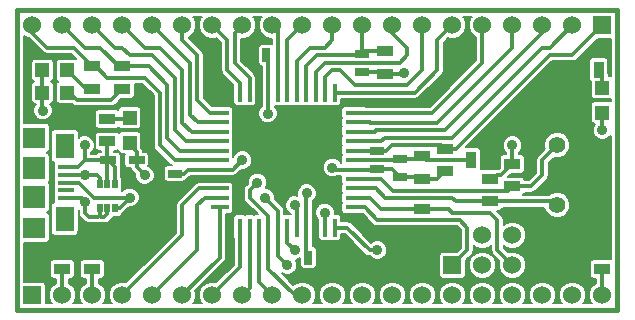
<source format=gtl>
G04 (created by PCBNEW (2013-03-31 BZR 4008)-stable) date 26.01.2014 00:59:22*
%MOIN*%
G04 Gerber Fmt 3.4, Leading zero omitted, Abs format*
%FSLAX34Y34*%
G01*
G70*
G90*
G04 APERTURE LIST*
%ADD10C,2.3622e-006*%
%ADD11C,0.015*%
%ADD12R,0.06X0.016*%
%ADD13R,0.016X0.06*%
%ADD14R,0.055X0.035*%
%ADD15R,0.06X0.06*%
%ADD16C,0.06*%
%ADD17R,0.035X0.055*%
%ADD18R,0.045X0.025*%
%ADD19R,0.025X0.045*%
%ADD20R,0.0472X0.0472*%
%ADD21R,0.0531X0.0256*%
%ADD22C,0.056*%
%ADD23R,0.0747X0.0747*%
%ADD24R,0.0747X0.0748*%
%ADD25R,0.0747X0.0707*%
%ADD26R,0.0629X0.0825*%
%ADD27R,0.053X0.0157*%
%ADD28R,0.0197X0.0315*%
%ADD29C,0.035*%
%ADD30C,0.0118*%
%ADD31C,0.0063*%
G04 APERTURE END LIST*
G54D10*
G54D11*
X14000Y-19500D02*
X34000Y-19500D01*
X14000Y-29500D02*
X14000Y-19500D01*
X34000Y-29500D02*
X14000Y-29500D01*
X34000Y-19500D02*
X34000Y-29500D01*
G54D12*
X25250Y-24500D03*
X25250Y-24185D03*
X25250Y-23870D03*
X25250Y-23555D03*
X25250Y-23240D03*
X25250Y-22925D03*
X25250Y-24815D03*
X25250Y-25130D03*
X25250Y-25445D03*
X25250Y-25760D03*
X25250Y-26075D03*
X20750Y-24500D03*
X20750Y-24185D03*
X20750Y-23870D03*
X20750Y-23555D03*
X20750Y-23240D03*
X20750Y-22925D03*
X20750Y-24815D03*
X20750Y-25130D03*
X20750Y-25445D03*
X20750Y-25760D03*
X20750Y-26075D03*
G54D13*
X23000Y-22250D03*
X23000Y-26750D03*
X22685Y-22250D03*
X22685Y-26750D03*
X22370Y-26750D03*
X22370Y-22250D03*
X22055Y-22250D03*
X22055Y-26750D03*
X21740Y-26750D03*
X21740Y-22250D03*
X21425Y-22250D03*
X21425Y-26750D03*
X23315Y-26750D03*
X23315Y-22250D03*
X23630Y-22250D03*
X23630Y-26750D03*
X23945Y-26750D03*
X23945Y-22250D03*
X24260Y-22250D03*
X24260Y-26750D03*
X24575Y-26750D03*
X24575Y-22250D03*
G54D14*
X27500Y-26875D03*
X27500Y-26125D03*
G54D15*
X28500Y-28000D03*
G54D16*
X28500Y-27000D03*
X29500Y-28000D03*
X29500Y-27000D03*
X30500Y-28000D03*
X30500Y-27000D03*
G54D17*
X29875Y-24500D03*
X29125Y-24500D03*
G54D15*
X33500Y-20000D03*
G54D16*
X28500Y-20000D03*
X27500Y-20000D03*
X26500Y-20000D03*
X25500Y-20000D03*
X24500Y-20000D03*
X23500Y-20000D03*
X22500Y-20000D03*
X21500Y-20000D03*
X20500Y-20000D03*
X19500Y-20000D03*
X18500Y-20000D03*
X17500Y-20000D03*
X16500Y-20000D03*
X15500Y-20000D03*
X32500Y-20000D03*
X31500Y-20000D03*
X30500Y-20000D03*
X29500Y-20000D03*
X14500Y-20000D03*
G54D15*
X14500Y-29000D03*
G54D16*
X19500Y-29000D03*
X20500Y-29000D03*
X21500Y-29000D03*
X22500Y-29000D03*
X23500Y-29000D03*
X24500Y-29000D03*
X25500Y-29000D03*
X26500Y-29000D03*
X27500Y-29000D03*
X28500Y-29000D03*
X29500Y-29000D03*
X30500Y-29000D03*
X31500Y-29000D03*
X32500Y-29000D03*
X15500Y-29000D03*
X16500Y-29000D03*
X17500Y-29000D03*
X18500Y-29000D03*
X33500Y-29000D03*
G54D14*
X29750Y-25875D03*
X29750Y-25125D03*
X30500Y-25375D03*
X30500Y-24625D03*
X26250Y-20875D03*
X26250Y-21625D03*
X28250Y-24125D03*
X28250Y-24875D03*
G54D18*
X19250Y-25550D03*
X19250Y-24950D03*
G54D19*
X21700Y-21000D03*
X22300Y-21000D03*
G54D14*
X33500Y-27375D03*
X33500Y-28125D03*
G54D19*
X24300Y-27750D03*
X23700Y-27750D03*
G54D18*
X26000Y-24200D03*
X26000Y-24800D03*
X25500Y-20950D03*
X25500Y-21550D03*
G54D14*
X27500Y-24375D03*
X27500Y-25125D03*
G54D18*
X26750Y-25050D03*
X26750Y-24450D03*
G54D14*
X15500Y-27375D03*
X15500Y-28125D03*
X17500Y-22125D03*
X17500Y-21375D03*
X16500Y-22125D03*
X16500Y-21375D03*
G54D20*
X15663Y-22250D03*
X14837Y-22250D03*
X15663Y-21500D03*
X14837Y-21500D03*
G54D14*
X16500Y-27375D03*
X16500Y-28125D03*
G54D17*
X33375Y-21500D03*
X32625Y-21500D03*
G54D14*
X17000Y-23125D03*
X17000Y-23875D03*
G54D21*
X17972Y-24500D03*
X17028Y-24500D03*
G54D22*
X32000Y-24000D03*
X32000Y-26000D03*
G54D20*
X33500Y-22087D03*
X33500Y-22913D03*
X17750Y-23087D03*
X17750Y-23913D03*
G54D23*
X14570Y-24778D03*
G54D24*
X14570Y-25722D03*
G54D25*
X14570Y-26746D03*
G54D26*
X15574Y-24030D03*
G54D27*
X15624Y-24739D03*
X15624Y-24995D03*
X15624Y-25250D03*
X15624Y-25505D03*
X15624Y-25761D03*
G54D26*
X15574Y-26470D03*
G54D25*
X14570Y-23754D03*
G54D28*
X16744Y-26094D03*
X17000Y-25306D03*
X17256Y-26094D03*
X17000Y-26094D03*
X17256Y-25306D03*
X16744Y-25306D03*
G54D29*
X16250Y-24994D03*
X22000Y-25250D03*
X22250Y-25750D03*
X17750Y-25750D03*
X23000Y-28000D03*
X23250Y-27500D03*
X23250Y-26000D03*
X24250Y-26250D03*
X26000Y-27500D03*
X16250Y-25900D03*
X23650Y-25600D03*
X22350Y-22950D03*
X26900Y-21600D03*
X14850Y-22850D03*
X18250Y-25000D03*
X21500Y-24500D03*
X33500Y-23500D03*
X24500Y-24750D03*
X30500Y-24000D03*
X16250Y-24000D03*
G54D30*
X16500Y-28125D02*
X16500Y-29000D01*
X29125Y-24500D02*
X27625Y-24500D01*
X27625Y-24500D02*
X27500Y-24375D01*
X25250Y-24500D02*
X26700Y-24500D01*
X26750Y-24450D02*
X27425Y-24450D01*
X27425Y-24450D02*
X27500Y-24375D01*
X26700Y-24500D02*
X26750Y-24450D01*
X25250Y-24185D02*
X25985Y-24185D01*
X31750Y-21000D02*
X32500Y-21000D01*
X28250Y-24125D02*
X28625Y-24125D01*
X28625Y-24125D02*
X31750Y-21000D01*
X32500Y-21000D02*
X33500Y-20000D01*
X26000Y-24200D02*
X26300Y-24200D01*
X26500Y-24000D02*
X28125Y-24000D01*
X26300Y-24200D02*
X26500Y-24000D01*
X25985Y-24185D02*
X26000Y-24200D01*
X28125Y-24000D02*
X28250Y-24125D01*
X28500Y-23750D02*
X31500Y-20750D01*
X25250Y-23870D02*
X26130Y-23870D01*
X31500Y-20750D02*
X31750Y-20750D01*
X31750Y-20750D02*
X32500Y-20000D01*
X26130Y-23870D02*
X26250Y-23750D01*
X26250Y-23750D02*
X28500Y-23750D01*
X25970Y-23500D02*
X28250Y-23500D01*
X28250Y-23500D02*
X31500Y-20250D01*
X31500Y-20250D02*
X31500Y-20000D01*
X25250Y-23555D02*
X25915Y-23555D01*
X25915Y-23555D02*
X25970Y-23500D01*
X25740Y-23240D02*
X25750Y-23250D01*
X28000Y-23250D02*
X30500Y-20750D01*
X25750Y-23250D02*
X28000Y-23250D01*
X25250Y-23240D02*
X25740Y-23240D01*
X30500Y-20750D02*
X30500Y-20000D01*
X27825Y-22925D02*
X29500Y-21250D01*
X29500Y-21250D02*
X29500Y-20000D01*
X25250Y-22925D02*
X27825Y-22925D01*
X28000Y-20500D02*
X28500Y-20000D01*
X27250Y-22250D02*
X28000Y-21500D01*
X28000Y-21500D02*
X28000Y-20500D01*
X24575Y-22250D02*
X27250Y-22250D01*
X27500Y-21500D02*
X27500Y-20000D01*
X24260Y-22250D02*
X24260Y-21740D01*
X24500Y-21500D02*
X24750Y-21500D01*
X25250Y-22000D02*
X27000Y-22000D01*
X27000Y-22000D02*
X27500Y-21500D01*
X24260Y-21740D02*
X24500Y-21500D01*
X24750Y-21500D02*
X25250Y-22000D01*
X27000Y-21000D02*
X27000Y-20750D01*
X26500Y-20250D02*
X26500Y-20000D01*
X27000Y-20750D02*
X26500Y-20250D01*
X26500Y-21250D02*
X26750Y-21250D01*
X26000Y-21250D02*
X26500Y-21250D01*
X24250Y-21250D02*
X26000Y-21250D01*
X23945Y-22250D02*
X23945Y-21555D01*
X26750Y-21250D02*
X27000Y-21000D01*
X23945Y-21555D02*
X24250Y-21250D01*
X24000Y-21000D02*
X25450Y-21000D01*
X26250Y-20875D02*
X25575Y-20875D01*
X25450Y-21000D02*
X25500Y-20950D01*
X23630Y-21370D02*
X24000Y-21000D01*
X23630Y-22250D02*
X23630Y-21370D01*
X25500Y-20950D02*
X25500Y-20000D01*
X25575Y-20875D02*
X25500Y-20950D01*
X23315Y-21185D02*
X23750Y-20750D01*
X23750Y-20750D02*
X24250Y-20750D01*
X23315Y-22250D02*
X23315Y-21185D01*
X24500Y-20500D02*
X24500Y-20000D01*
X24250Y-20750D02*
X24500Y-20500D01*
X23000Y-22250D02*
X23000Y-20500D01*
X23000Y-20500D02*
X23500Y-20000D01*
X22685Y-22250D02*
X22685Y-20185D01*
X22685Y-20185D02*
X22500Y-20000D01*
X21740Y-21760D02*
X21250Y-21270D01*
X21740Y-22250D02*
X21740Y-21760D01*
X21250Y-20250D02*
X21500Y-20000D01*
X21250Y-21270D02*
X21250Y-20250D01*
X21425Y-22250D02*
X21425Y-21925D01*
X21425Y-21925D02*
X21000Y-21500D01*
X21000Y-20500D02*
X20500Y-20000D01*
X21000Y-21500D02*
X21000Y-20500D01*
X20000Y-21000D02*
X19500Y-20500D01*
X20000Y-22500D02*
X20000Y-21000D01*
X19500Y-20500D02*
X19500Y-20000D01*
X20750Y-22925D02*
X20425Y-22925D01*
X20425Y-22925D02*
X20000Y-22500D01*
X19750Y-21250D02*
X18500Y-20000D01*
X19750Y-22980D02*
X19750Y-21250D01*
X20010Y-23240D02*
X19750Y-22980D01*
X20750Y-23240D02*
X20010Y-23240D01*
X19500Y-21500D02*
X18750Y-20750D01*
X19805Y-23555D02*
X19500Y-23250D01*
X18250Y-20750D02*
X17500Y-20000D01*
X18750Y-20750D02*
X18250Y-20750D01*
X20750Y-23555D02*
X19805Y-23555D01*
X19500Y-23250D02*
X19500Y-21500D01*
X19250Y-23500D02*
X19250Y-21750D01*
X19250Y-21750D02*
X18500Y-21000D01*
X20750Y-23870D02*
X19620Y-23870D01*
X17750Y-21000D02*
X17500Y-20750D01*
X18500Y-21000D02*
X17750Y-21000D01*
X19620Y-23870D02*
X19250Y-23500D01*
X17250Y-20750D02*
X16500Y-20000D01*
X17500Y-20750D02*
X17250Y-20750D01*
X20750Y-24185D02*
X19435Y-24185D01*
X17375Y-21375D02*
X16750Y-20750D01*
X18375Y-21375D02*
X17500Y-21375D01*
X16750Y-20750D02*
X16250Y-20750D01*
X19000Y-22000D02*
X18375Y-21375D01*
X19000Y-23750D02*
X19000Y-22000D01*
X16250Y-20750D02*
X15500Y-20000D01*
X17500Y-21375D02*
X17375Y-21375D01*
X19435Y-24185D02*
X19000Y-23750D01*
X15875Y-20750D02*
X16500Y-21375D01*
X14500Y-20250D02*
X15000Y-20750D01*
X18750Y-24000D02*
X19250Y-24500D01*
X16500Y-21375D02*
X16625Y-21375D01*
X19250Y-24500D02*
X20750Y-24500D01*
X18250Y-21750D02*
X18750Y-22250D01*
X17000Y-21750D02*
X18250Y-21750D01*
X15000Y-20750D02*
X15875Y-20750D01*
X18750Y-22250D02*
X18750Y-24000D01*
X14500Y-20000D02*
X14500Y-20250D01*
X16625Y-21375D02*
X17000Y-21750D01*
X17500Y-29000D02*
X19500Y-27000D01*
X20055Y-25445D02*
X20750Y-25445D01*
X19500Y-26000D02*
X20055Y-25445D01*
X19500Y-27000D02*
X19500Y-26000D01*
X20750Y-25760D02*
X20240Y-25760D01*
X20000Y-27500D02*
X18500Y-29000D01*
X20000Y-26000D02*
X20000Y-27500D01*
X20240Y-25760D02*
X20000Y-26000D01*
X19500Y-29000D02*
X20750Y-27750D01*
X20750Y-27750D02*
X20750Y-26075D01*
X21425Y-26750D02*
X21425Y-28075D01*
X21425Y-28075D02*
X20500Y-29000D01*
X21740Y-26750D02*
X21740Y-28760D01*
X21740Y-28760D02*
X21500Y-29000D01*
X22055Y-26750D02*
X22055Y-28555D01*
X22055Y-28555D02*
X22500Y-29000D01*
X16250Y-24994D02*
X16644Y-24994D01*
X16744Y-25094D02*
X16744Y-25306D01*
X16644Y-24994D02*
X16744Y-25094D01*
X22370Y-26750D02*
X22370Y-26370D01*
X21750Y-25750D02*
X22370Y-26370D01*
X22000Y-25250D02*
X21750Y-25500D01*
X22370Y-26750D02*
X22370Y-28120D01*
X21750Y-25500D02*
X21750Y-25750D01*
X23250Y-29000D02*
X23500Y-29000D01*
X15504Y-24994D02*
X16250Y-24994D01*
X22370Y-28120D02*
X23250Y-29000D01*
X17750Y-25750D02*
X16550Y-25750D01*
X16050Y-25250D02*
X15624Y-25250D01*
X16550Y-25750D02*
X16050Y-25250D01*
X17256Y-26094D02*
X17406Y-26094D01*
X17406Y-26094D02*
X17750Y-25750D01*
X22250Y-25750D02*
X22685Y-26185D01*
X22685Y-26750D02*
X22685Y-26185D01*
X22685Y-27685D02*
X22685Y-26750D01*
X23000Y-28000D02*
X22685Y-27685D01*
X26000Y-26500D02*
X28750Y-26500D01*
X29000Y-27500D02*
X28500Y-28000D01*
X28750Y-26500D02*
X29000Y-26750D01*
X29000Y-26750D02*
X29000Y-27500D01*
X25575Y-26075D02*
X26000Y-26500D01*
X25250Y-26075D02*
X25575Y-26075D01*
X23000Y-26750D02*
X23000Y-27250D01*
X23000Y-27250D02*
X23250Y-27500D01*
X23315Y-26065D02*
X23315Y-26750D01*
X23250Y-26000D02*
X23315Y-26065D01*
X24260Y-26260D02*
X24250Y-26250D01*
X24260Y-26750D02*
X24260Y-26260D01*
X25000Y-26750D02*
X25750Y-27500D01*
X24575Y-26750D02*
X25000Y-26750D01*
X25750Y-27500D02*
X26000Y-27500D01*
X25250Y-25445D02*
X25945Y-25445D01*
X28500Y-25750D02*
X28625Y-25875D01*
X29750Y-25875D02*
X31875Y-25875D01*
X26250Y-25750D02*
X28500Y-25750D01*
X25945Y-25445D02*
X26250Y-25750D01*
X28625Y-25875D02*
X29750Y-25875D01*
X31875Y-25875D02*
X32000Y-26000D01*
X31500Y-24500D02*
X32000Y-24000D01*
X31500Y-25000D02*
X31500Y-24500D01*
X31125Y-25375D02*
X31500Y-25000D01*
X25250Y-25130D02*
X26130Y-25130D01*
X26130Y-25130D02*
X26530Y-25530D01*
X30500Y-25375D02*
X31125Y-25375D01*
X30345Y-25530D02*
X30500Y-25375D01*
X26530Y-25530D02*
X30345Y-25530D01*
X25250Y-25760D02*
X25760Y-25760D01*
X30000Y-26500D02*
X30000Y-27500D01*
X25760Y-25760D02*
X26125Y-26125D01*
X29750Y-26250D02*
X30000Y-26500D01*
X28375Y-26125D02*
X28500Y-26250D01*
X27500Y-26125D02*
X28375Y-26125D01*
X26125Y-26125D02*
X27500Y-26125D01*
X28500Y-26250D02*
X29750Y-26250D01*
X30000Y-27500D02*
X30500Y-28000D01*
X16400Y-26400D02*
X16250Y-26250D01*
X16744Y-26344D02*
X16744Y-26356D01*
X16700Y-26400D02*
X16400Y-26400D01*
X16744Y-26356D02*
X16700Y-26400D01*
X16250Y-26250D02*
X16250Y-25900D01*
X15624Y-25761D02*
X16139Y-25761D01*
X16139Y-25761D02*
X16250Y-25872D01*
X16250Y-25872D02*
X16250Y-25900D01*
X17000Y-26094D02*
X17000Y-26300D01*
X17000Y-26300D02*
X16900Y-26400D01*
X16900Y-26400D02*
X16800Y-26400D01*
X16800Y-26400D02*
X16744Y-26344D01*
X16744Y-26344D02*
X16744Y-26094D01*
X23630Y-25620D02*
X23650Y-25600D01*
X23630Y-26750D02*
X23630Y-25620D01*
X22370Y-22930D02*
X22350Y-22950D01*
X22370Y-22250D02*
X22370Y-22930D01*
X26250Y-21625D02*
X26875Y-21625D01*
X26875Y-21625D02*
X26900Y-21600D01*
X14837Y-22250D02*
X14837Y-22837D01*
X14837Y-22837D02*
X14850Y-22850D01*
X17972Y-24500D02*
X17972Y-24722D01*
X17972Y-24722D02*
X18250Y-25000D01*
X17750Y-23875D02*
X17750Y-24000D01*
X17972Y-24222D02*
X17972Y-24500D01*
X17750Y-24000D02*
X17972Y-24222D01*
X25985Y-24815D02*
X26000Y-24800D01*
X14837Y-21500D02*
X14837Y-22250D01*
X25250Y-24815D02*
X25985Y-24815D01*
X27500Y-25125D02*
X28000Y-25125D01*
X19550Y-24950D02*
X19685Y-24815D01*
X29875Y-25125D02*
X30000Y-25000D01*
X26175Y-21550D02*
X26250Y-21625D01*
X23630Y-27680D02*
X23700Y-27750D01*
X33500Y-22875D02*
X33500Y-23500D01*
X20750Y-24815D02*
X21185Y-24815D01*
X28000Y-25125D02*
X28250Y-24875D01*
X29750Y-25125D02*
X29875Y-25125D01*
X30500Y-24625D02*
X30500Y-24000D01*
X24565Y-24815D02*
X24500Y-24750D01*
X25250Y-24815D02*
X24565Y-24815D01*
X19250Y-24950D02*
X19550Y-24950D01*
X33500Y-28125D02*
X33500Y-29000D01*
X15500Y-28125D02*
X15500Y-29000D01*
X27425Y-25050D02*
X27500Y-25125D01*
X21185Y-24815D02*
X21500Y-24500D01*
X26750Y-25050D02*
X27425Y-25050D01*
X30125Y-25000D02*
X30500Y-24625D01*
X30000Y-25000D02*
X30125Y-25000D01*
X19685Y-24815D02*
X20750Y-24815D01*
X26000Y-24800D02*
X26500Y-24800D01*
X23630Y-26750D02*
X23630Y-27680D01*
X26500Y-24800D02*
X26750Y-25050D01*
X25500Y-21550D02*
X26175Y-21550D01*
X22370Y-22250D02*
X22370Y-21070D01*
X22370Y-21070D02*
X22300Y-21000D01*
X17000Y-23125D02*
X17750Y-23125D01*
X33500Y-22125D02*
X33500Y-21625D01*
X33500Y-21625D02*
X33375Y-21500D01*
X16500Y-22125D02*
X16288Y-22125D01*
X16288Y-22125D02*
X15663Y-21500D01*
X17256Y-25306D02*
X17256Y-24728D01*
X17256Y-24728D02*
X17028Y-24500D01*
X17000Y-25306D02*
X17000Y-24528D01*
X17000Y-24528D02*
X17028Y-24500D01*
X17000Y-24528D02*
X17028Y-24500D01*
X17000Y-24528D02*
X17028Y-24500D01*
X17028Y-24500D02*
X16250Y-24500D01*
X17000Y-24528D02*
X17028Y-24500D01*
X17000Y-23875D02*
X17000Y-24472D01*
X17000Y-24472D02*
X17028Y-24500D01*
X16250Y-24000D02*
X16250Y-24500D01*
X16012Y-24738D02*
X16250Y-24500D01*
X15504Y-24738D02*
X16012Y-24738D01*
X15663Y-22250D02*
X15750Y-22250D01*
X17125Y-22500D02*
X17500Y-22125D01*
X16000Y-22500D02*
X17125Y-22500D01*
X15750Y-22250D02*
X16000Y-22500D01*
G54D10*
G36*
X33775Y-27800D02*
X33745Y-27800D01*
X33195Y-27800D01*
X33140Y-27823D01*
X33098Y-27865D01*
X33075Y-27920D01*
X33075Y-27979D01*
X33075Y-28329D01*
X33098Y-28384D01*
X33140Y-28426D01*
X33195Y-28449D01*
X33254Y-28449D01*
X33291Y-28449D01*
X33291Y-28599D01*
X33245Y-28618D01*
X33119Y-28745D01*
X33050Y-28910D01*
X33050Y-29089D01*
X33118Y-29254D01*
X33139Y-29275D01*
X32860Y-29275D01*
X32880Y-29254D01*
X32949Y-29089D01*
X32949Y-28910D01*
X32881Y-28745D01*
X32754Y-28619D01*
X32589Y-28550D01*
X32410Y-28550D01*
X32245Y-28618D01*
X32119Y-28745D01*
X32050Y-28910D01*
X32050Y-29089D01*
X32118Y-29254D01*
X32139Y-29275D01*
X31860Y-29275D01*
X31880Y-29254D01*
X31949Y-29089D01*
X31949Y-28910D01*
X31881Y-28745D01*
X31754Y-28619D01*
X31589Y-28550D01*
X31410Y-28550D01*
X31245Y-28618D01*
X31119Y-28745D01*
X31050Y-28910D01*
X31050Y-29089D01*
X31118Y-29254D01*
X31139Y-29275D01*
X30860Y-29275D01*
X30880Y-29254D01*
X30949Y-29089D01*
X30949Y-28910D01*
X30881Y-28745D01*
X30754Y-28619D01*
X30589Y-28550D01*
X30410Y-28550D01*
X30245Y-28618D01*
X30119Y-28745D01*
X30050Y-28910D01*
X30050Y-29089D01*
X30118Y-29254D01*
X30139Y-29275D01*
X29860Y-29275D01*
X29880Y-29254D01*
X29949Y-29089D01*
X29949Y-28910D01*
X29949Y-27910D01*
X29881Y-27745D01*
X29754Y-27619D01*
X29589Y-27550D01*
X29410Y-27550D01*
X29245Y-27618D01*
X29119Y-27745D01*
X29050Y-27910D01*
X29050Y-28089D01*
X29118Y-28254D01*
X29245Y-28380D01*
X29410Y-28449D01*
X29589Y-28449D01*
X29754Y-28381D01*
X29880Y-28254D01*
X29949Y-28089D01*
X29949Y-27910D01*
X29949Y-28910D01*
X29881Y-28745D01*
X29754Y-28619D01*
X29589Y-28550D01*
X29410Y-28550D01*
X29245Y-28618D01*
X29119Y-28745D01*
X29050Y-28910D01*
X29050Y-29089D01*
X29118Y-29254D01*
X29139Y-29275D01*
X28860Y-29275D01*
X28880Y-29254D01*
X28949Y-29089D01*
X28949Y-28910D01*
X28881Y-28745D01*
X28754Y-28619D01*
X28589Y-28550D01*
X28410Y-28550D01*
X28245Y-28618D01*
X28119Y-28745D01*
X28050Y-28910D01*
X28050Y-29089D01*
X28118Y-29254D01*
X28139Y-29275D01*
X27860Y-29275D01*
X27880Y-29254D01*
X27949Y-29089D01*
X27949Y-28910D01*
X27881Y-28745D01*
X27754Y-28619D01*
X27589Y-28550D01*
X27410Y-28550D01*
X27245Y-28618D01*
X27119Y-28745D01*
X27050Y-28910D01*
X27050Y-29089D01*
X27118Y-29254D01*
X27139Y-29275D01*
X26860Y-29275D01*
X26880Y-29254D01*
X26949Y-29089D01*
X26949Y-28910D01*
X26881Y-28745D01*
X26754Y-28619D01*
X26589Y-28550D01*
X26410Y-28550D01*
X26324Y-28586D01*
X26324Y-27435D01*
X26275Y-27316D01*
X26184Y-27225D01*
X26064Y-27175D01*
X25935Y-27175D01*
X25816Y-27224D01*
X25792Y-27248D01*
X25147Y-26602D01*
X25079Y-26557D01*
X25000Y-26541D01*
X24804Y-26541D01*
X24804Y-26420D01*
X24781Y-26365D01*
X24739Y-26323D01*
X24684Y-26300D01*
X24625Y-26300D01*
X24574Y-26300D01*
X24574Y-26185D01*
X24525Y-26066D01*
X24434Y-25975D01*
X24314Y-25925D01*
X24185Y-25925D01*
X24066Y-25974D01*
X23975Y-26065D01*
X23925Y-26185D01*
X23925Y-26314D01*
X23974Y-26433D01*
X24030Y-26489D01*
X24030Y-27079D01*
X24053Y-27134D01*
X24095Y-27176D01*
X24150Y-27199D01*
X24209Y-27199D01*
X24369Y-27199D01*
X24417Y-27179D01*
X24465Y-27199D01*
X24524Y-27199D01*
X24684Y-27199D01*
X24739Y-27176D01*
X24781Y-27134D01*
X24804Y-27079D01*
X24804Y-27020D01*
X24804Y-26958D01*
X24913Y-26958D01*
X25602Y-27647D01*
X25602Y-27647D01*
X25670Y-27692D01*
X25670Y-27692D01*
X25734Y-27705D01*
X25749Y-27708D01*
X25749Y-27708D01*
X25815Y-27774D01*
X25935Y-27824D01*
X26064Y-27824D01*
X26183Y-27775D01*
X26274Y-27684D01*
X26324Y-27564D01*
X26324Y-27435D01*
X26324Y-28586D01*
X26245Y-28618D01*
X26119Y-28745D01*
X26050Y-28910D01*
X26050Y-29089D01*
X26118Y-29254D01*
X26139Y-29275D01*
X25860Y-29275D01*
X25880Y-29254D01*
X25949Y-29089D01*
X25949Y-28910D01*
X25881Y-28745D01*
X25754Y-28619D01*
X25589Y-28550D01*
X25410Y-28550D01*
X25245Y-28618D01*
X25119Y-28745D01*
X25050Y-28910D01*
X25050Y-29089D01*
X25118Y-29254D01*
X25139Y-29275D01*
X24860Y-29275D01*
X24880Y-29254D01*
X24949Y-29089D01*
X24949Y-28910D01*
X24881Y-28745D01*
X24754Y-28619D01*
X24589Y-28550D01*
X24410Y-28550D01*
X24245Y-28618D01*
X24119Y-28745D01*
X24050Y-28910D01*
X24050Y-29089D01*
X24118Y-29254D01*
X24139Y-29275D01*
X23860Y-29275D01*
X23880Y-29254D01*
X23949Y-29089D01*
X23949Y-28910D01*
X23881Y-28745D01*
X23754Y-28619D01*
X23589Y-28550D01*
X23410Y-28550D01*
X23245Y-28618D01*
X23204Y-28659D01*
X22822Y-28277D01*
X22935Y-28324D01*
X23064Y-28324D01*
X23183Y-28275D01*
X23274Y-28184D01*
X23324Y-28064D01*
X23324Y-27935D01*
X23278Y-27824D01*
X23314Y-27824D01*
X23425Y-27778D01*
X23425Y-28004D01*
X23448Y-28059D01*
X23490Y-28101D01*
X23545Y-28124D01*
X23604Y-28124D01*
X23854Y-28124D01*
X23909Y-28101D01*
X23951Y-28059D01*
X23974Y-28004D01*
X23974Y-27945D01*
X23974Y-27495D01*
X23951Y-27440D01*
X23909Y-27398D01*
X23854Y-27375D01*
X23838Y-27375D01*
X23838Y-27130D01*
X23859Y-27079D01*
X23859Y-27020D01*
X23859Y-26420D01*
X23838Y-26369D01*
X23838Y-25870D01*
X23924Y-25784D01*
X23974Y-25664D01*
X23974Y-25535D01*
X23925Y-25416D01*
X23834Y-25325D01*
X23714Y-25275D01*
X23585Y-25275D01*
X23466Y-25324D01*
X23375Y-25415D01*
X23325Y-25535D01*
X23325Y-25664D01*
X23333Y-25683D01*
X23314Y-25675D01*
X23185Y-25675D01*
X23066Y-25724D01*
X22975Y-25815D01*
X22925Y-25935D01*
X22925Y-26064D01*
X22974Y-26183D01*
X23065Y-26274D01*
X23106Y-26291D01*
X23106Y-26300D01*
X23050Y-26300D01*
X22893Y-26300D01*
X22893Y-26185D01*
X22877Y-26105D01*
X22877Y-26105D01*
X22832Y-26037D01*
X22832Y-26037D01*
X22574Y-25779D01*
X22574Y-25685D01*
X22525Y-25566D01*
X22434Y-25475D01*
X22314Y-25425D01*
X22278Y-25425D01*
X22324Y-25314D01*
X22324Y-25185D01*
X22275Y-25066D01*
X22184Y-24975D01*
X22064Y-24925D01*
X21935Y-24925D01*
X21816Y-24974D01*
X21725Y-25065D01*
X21675Y-25185D01*
X21675Y-25279D01*
X21602Y-25352D01*
X21557Y-25420D01*
X21541Y-25500D01*
X21541Y-25750D01*
X21557Y-25829D01*
X21602Y-25897D01*
X22005Y-26300D01*
X21945Y-26300D01*
X21897Y-26320D01*
X21849Y-26300D01*
X21790Y-26300D01*
X21630Y-26300D01*
X21582Y-26320D01*
X21534Y-26300D01*
X21475Y-26300D01*
X21315Y-26300D01*
X21260Y-26323D01*
X21218Y-26365D01*
X21195Y-26420D01*
X21195Y-26479D01*
X21195Y-27079D01*
X21216Y-27130D01*
X21216Y-27988D01*
X20635Y-28569D01*
X20589Y-28550D01*
X20410Y-28550D01*
X20245Y-28618D01*
X20119Y-28745D01*
X20050Y-28910D01*
X20050Y-29089D01*
X20118Y-29254D01*
X20139Y-29275D01*
X19860Y-29275D01*
X19880Y-29254D01*
X19949Y-29089D01*
X19949Y-28910D01*
X19930Y-28864D01*
X20897Y-27897D01*
X20942Y-27829D01*
X20958Y-27750D01*
X20958Y-26304D01*
X21079Y-26304D01*
X21134Y-26281D01*
X21176Y-26239D01*
X21199Y-26184D01*
X21199Y-26125D01*
X21199Y-25965D01*
X21179Y-25917D01*
X21199Y-25869D01*
X21199Y-25810D01*
X21199Y-25650D01*
X21179Y-25602D01*
X21199Y-25554D01*
X21199Y-25495D01*
X21199Y-25335D01*
X21176Y-25280D01*
X21134Y-25238D01*
X21079Y-25215D01*
X21020Y-25215D01*
X20420Y-25215D01*
X20369Y-25236D01*
X20055Y-25236D01*
X20054Y-25236D01*
X20039Y-25239D01*
X19975Y-25252D01*
X19907Y-25297D01*
X19907Y-25297D01*
X19352Y-25852D01*
X19307Y-25920D01*
X19291Y-26000D01*
X19291Y-26913D01*
X18574Y-27630D01*
X18574Y-24935D01*
X18525Y-24816D01*
X18434Y-24725D01*
X18370Y-24698D01*
X18386Y-24657D01*
X18387Y-24598D01*
X18387Y-24342D01*
X18364Y-24287D01*
X18322Y-24245D01*
X18267Y-24222D01*
X18207Y-24222D01*
X18180Y-24222D01*
X18180Y-24222D01*
X18180Y-24221D01*
X18180Y-24221D01*
X18177Y-24206D01*
X18164Y-24142D01*
X18164Y-24142D01*
X18135Y-24098D01*
X18135Y-24098D01*
X18135Y-23647D01*
X18135Y-23293D01*
X18135Y-22821D01*
X18112Y-22766D01*
X18070Y-22724D01*
X18015Y-22701D01*
X17956Y-22701D01*
X17484Y-22701D01*
X17429Y-22724D01*
X17387Y-22766D01*
X17364Y-22821D01*
X17364Y-22828D01*
X17359Y-22823D01*
X17304Y-22800D01*
X17245Y-22800D01*
X16695Y-22800D01*
X16640Y-22823D01*
X16598Y-22865D01*
X16575Y-22920D01*
X16575Y-22979D01*
X16575Y-23329D01*
X16598Y-23384D01*
X16640Y-23426D01*
X16695Y-23449D01*
X16754Y-23449D01*
X17304Y-23449D01*
X17359Y-23426D01*
X17384Y-23401D01*
X17387Y-23407D01*
X17429Y-23449D01*
X17484Y-23472D01*
X17543Y-23472D01*
X18015Y-23472D01*
X18070Y-23449D01*
X18112Y-23407D01*
X18135Y-23352D01*
X18135Y-23293D01*
X18135Y-23647D01*
X18112Y-23592D01*
X18070Y-23550D01*
X18015Y-23527D01*
X17956Y-23527D01*
X17484Y-23527D01*
X17429Y-23550D01*
X17387Y-23592D01*
X17384Y-23598D01*
X17359Y-23573D01*
X17304Y-23550D01*
X17245Y-23550D01*
X16695Y-23550D01*
X16640Y-23573D01*
X16598Y-23615D01*
X16575Y-23670D01*
X16575Y-23729D01*
X16575Y-24079D01*
X16598Y-24134D01*
X16640Y-24176D01*
X16695Y-24199D01*
X16754Y-24199D01*
X16791Y-24199D01*
X16791Y-24222D01*
X16732Y-24222D01*
X16677Y-24245D01*
X16635Y-24287D01*
X16634Y-24291D01*
X16458Y-24291D01*
X16458Y-24250D01*
X16524Y-24184D01*
X16574Y-24064D01*
X16574Y-23935D01*
X16525Y-23816D01*
X16434Y-23725D01*
X16314Y-23675D01*
X16185Y-23675D01*
X16066Y-23724D01*
X16038Y-23753D01*
X16038Y-23587D01*
X16015Y-23532D01*
X15973Y-23490D01*
X15918Y-23468D01*
X15858Y-23467D01*
X15229Y-23467D01*
X15222Y-23471D01*
X15222Y-22456D01*
X15222Y-21984D01*
X15199Y-21929D01*
X15157Y-21887D01*
X15128Y-21874D01*
X15157Y-21862D01*
X15199Y-21820D01*
X15222Y-21765D01*
X15222Y-21706D01*
X15222Y-21234D01*
X15199Y-21179D01*
X15157Y-21137D01*
X15102Y-21114D01*
X15043Y-21114D01*
X14571Y-21114D01*
X14516Y-21137D01*
X14474Y-21179D01*
X14451Y-21234D01*
X14451Y-21293D01*
X14451Y-21765D01*
X14474Y-21820D01*
X14516Y-21862D01*
X14545Y-21875D01*
X14516Y-21887D01*
X14474Y-21929D01*
X14451Y-21984D01*
X14451Y-22043D01*
X14451Y-22515D01*
X14474Y-22570D01*
X14516Y-22612D01*
X14571Y-22635D01*
X14605Y-22635D01*
X14575Y-22665D01*
X14525Y-22785D01*
X14525Y-22914D01*
X14574Y-23033D01*
X14665Y-23124D01*
X14785Y-23174D01*
X14914Y-23174D01*
X15033Y-23125D01*
X15124Y-23034D01*
X15174Y-22914D01*
X15174Y-22785D01*
X15125Y-22666D01*
X15094Y-22635D01*
X15102Y-22635D01*
X15157Y-22612D01*
X15199Y-22570D01*
X15222Y-22515D01*
X15222Y-22456D01*
X15222Y-23471D01*
X15174Y-23490D01*
X15132Y-23532D01*
X15110Y-23587D01*
X15109Y-23647D01*
X15109Y-24472D01*
X15132Y-24527D01*
X15174Y-24569D01*
X15226Y-24590D01*
X15209Y-24630D01*
X15209Y-24690D01*
X15209Y-24847D01*
X15217Y-24866D01*
X15209Y-24886D01*
X15209Y-24946D01*
X15209Y-25103D01*
X15217Y-25122D01*
X15209Y-25141D01*
X15209Y-25201D01*
X15209Y-25358D01*
X15217Y-25377D01*
X15209Y-25396D01*
X15209Y-25456D01*
X15209Y-25613D01*
X15217Y-25632D01*
X15209Y-25652D01*
X15209Y-25712D01*
X15209Y-25869D01*
X15226Y-25909D01*
X15174Y-25930D01*
X15132Y-25972D01*
X15110Y-26027D01*
X15109Y-26087D01*
X15109Y-26912D01*
X15132Y-26967D01*
X15174Y-27009D01*
X15229Y-27031D01*
X15289Y-27032D01*
X15918Y-27032D01*
X15973Y-27009D01*
X16015Y-26967D01*
X16037Y-26912D01*
X16038Y-26852D01*
X16038Y-26146D01*
X16041Y-26150D01*
X16041Y-26250D01*
X16057Y-26329D01*
X16102Y-26397D01*
X16252Y-26547D01*
X16252Y-26547D01*
X16293Y-26574D01*
X16320Y-26592D01*
X16320Y-26592D01*
X16400Y-26608D01*
X16700Y-26608D01*
X16750Y-26598D01*
X16784Y-26605D01*
X16799Y-26608D01*
X16799Y-26608D01*
X16800Y-26608D01*
X16900Y-26608D01*
X16979Y-26592D01*
X17047Y-26547D01*
X17147Y-26447D01*
X17178Y-26401D01*
X17187Y-26401D01*
X17384Y-26401D01*
X17439Y-26378D01*
X17481Y-26336D01*
X17503Y-26281D01*
X17503Y-26274D01*
X17553Y-26241D01*
X17720Y-26074D01*
X17814Y-26074D01*
X17933Y-26025D01*
X18024Y-25934D01*
X18074Y-25814D01*
X18074Y-25685D01*
X18025Y-25566D01*
X17934Y-25475D01*
X17814Y-25425D01*
X17685Y-25425D01*
X17566Y-25474D01*
X17499Y-25541D01*
X17483Y-25541D01*
X17503Y-25493D01*
X17504Y-25433D01*
X17504Y-25118D01*
X17481Y-25063D01*
X17464Y-25047D01*
X17464Y-24728D01*
X17448Y-24648D01*
X17448Y-24648D01*
X17442Y-24639D01*
X17442Y-24639D01*
X17443Y-24598D01*
X17443Y-24342D01*
X17420Y-24287D01*
X17378Y-24245D01*
X17323Y-24222D01*
X17263Y-24222D01*
X17208Y-24222D01*
X17208Y-24199D01*
X17304Y-24199D01*
X17359Y-24176D01*
X17364Y-24171D01*
X17364Y-24178D01*
X17387Y-24233D01*
X17429Y-24275D01*
X17484Y-24298D01*
X17543Y-24298D01*
X17575Y-24298D01*
X17557Y-24342D01*
X17556Y-24401D01*
X17556Y-24657D01*
X17579Y-24712D01*
X17621Y-24754D01*
X17676Y-24777D01*
X17736Y-24777D01*
X17774Y-24777D01*
X17779Y-24801D01*
X17824Y-24869D01*
X17925Y-24970D01*
X17925Y-25064D01*
X17974Y-25183D01*
X18065Y-25274D01*
X18185Y-25324D01*
X18314Y-25324D01*
X18433Y-25275D01*
X18524Y-25184D01*
X18574Y-25064D01*
X18574Y-24935D01*
X18574Y-27630D01*
X17635Y-28569D01*
X17589Y-28550D01*
X17410Y-28550D01*
X17245Y-28618D01*
X17119Y-28745D01*
X17050Y-28910D01*
X17050Y-29089D01*
X17118Y-29254D01*
X17139Y-29275D01*
X16860Y-29275D01*
X16880Y-29254D01*
X16949Y-29089D01*
X16949Y-28910D01*
X16881Y-28745D01*
X16754Y-28619D01*
X16708Y-28599D01*
X16708Y-28449D01*
X16804Y-28449D01*
X16859Y-28426D01*
X16901Y-28384D01*
X16924Y-28329D01*
X16924Y-28270D01*
X16924Y-27920D01*
X16901Y-27865D01*
X16859Y-27823D01*
X16804Y-27800D01*
X16745Y-27800D01*
X16195Y-27800D01*
X16140Y-27823D01*
X16098Y-27865D01*
X16075Y-27920D01*
X16075Y-27979D01*
X16075Y-28329D01*
X16098Y-28384D01*
X16140Y-28426D01*
X16195Y-28449D01*
X16254Y-28449D01*
X16291Y-28449D01*
X16291Y-28599D01*
X16245Y-28618D01*
X16119Y-28745D01*
X16050Y-28910D01*
X16050Y-29089D01*
X16118Y-29254D01*
X16139Y-29275D01*
X15860Y-29275D01*
X15880Y-29254D01*
X15949Y-29089D01*
X15949Y-28910D01*
X15881Y-28745D01*
X15754Y-28619D01*
X15708Y-28599D01*
X15708Y-28449D01*
X15804Y-28449D01*
X15859Y-28426D01*
X15901Y-28384D01*
X15924Y-28329D01*
X15924Y-28270D01*
X15924Y-27920D01*
X15901Y-27865D01*
X15859Y-27823D01*
X15804Y-27800D01*
X15745Y-27800D01*
X15195Y-27800D01*
X15140Y-27823D01*
X15098Y-27865D01*
X15075Y-27920D01*
X15075Y-27979D01*
X15075Y-28329D01*
X15098Y-28384D01*
X15140Y-28426D01*
X15195Y-28449D01*
X15254Y-28449D01*
X15291Y-28449D01*
X15291Y-28599D01*
X15245Y-28618D01*
X15119Y-28745D01*
X15050Y-28910D01*
X15050Y-29089D01*
X15118Y-29254D01*
X15139Y-29275D01*
X14949Y-29275D01*
X14949Y-29270D01*
X14949Y-28670D01*
X14926Y-28615D01*
X14884Y-28573D01*
X14829Y-28550D01*
X14770Y-28550D01*
X14224Y-28550D01*
X14224Y-27249D01*
X14226Y-27249D01*
X14973Y-27249D01*
X15028Y-27226D01*
X15070Y-27184D01*
X15092Y-27129D01*
X15093Y-27069D01*
X15093Y-26362D01*
X15070Y-26307D01*
X15028Y-26265D01*
X14976Y-26244D01*
X15028Y-26222D01*
X15070Y-26180D01*
X15092Y-26125D01*
X15093Y-26066D01*
X15093Y-25318D01*
X15070Y-25263D01*
X15056Y-25249D01*
X15070Y-25236D01*
X15092Y-25181D01*
X15093Y-25121D01*
X15093Y-24374D01*
X15070Y-24319D01*
X15028Y-24277D01*
X14975Y-24255D01*
X15028Y-24234D01*
X15070Y-24192D01*
X15092Y-24137D01*
X15093Y-24077D01*
X15093Y-23370D01*
X15070Y-23315D01*
X15028Y-23273D01*
X14973Y-23251D01*
X14913Y-23250D01*
X14224Y-23250D01*
X14224Y-20360D01*
X14245Y-20380D01*
X14400Y-20445D01*
X14852Y-20897D01*
X14920Y-20942D01*
X15000Y-20958D01*
X15788Y-20958D01*
X15955Y-21125D01*
X15928Y-21114D01*
X15869Y-21114D01*
X15397Y-21114D01*
X15342Y-21137D01*
X15300Y-21179D01*
X15277Y-21234D01*
X15277Y-21293D01*
X15277Y-21765D01*
X15300Y-21820D01*
X15342Y-21862D01*
X15371Y-21875D01*
X15342Y-21887D01*
X15300Y-21929D01*
X15277Y-21984D01*
X15277Y-22043D01*
X15277Y-22515D01*
X15300Y-22570D01*
X15342Y-22612D01*
X15397Y-22635D01*
X15456Y-22635D01*
X15840Y-22635D01*
X15852Y-22647D01*
X15852Y-22647D01*
X15920Y-22692D01*
X15920Y-22692D01*
X16000Y-22708D01*
X17125Y-22708D01*
X17204Y-22692D01*
X17272Y-22647D01*
X17470Y-22449D01*
X17804Y-22449D01*
X17859Y-22426D01*
X17901Y-22384D01*
X17924Y-22329D01*
X17924Y-22270D01*
X17924Y-21958D01*
X18163Y-21958D01*
X18541Y-22336D01*
X18541Y-24000D01*
X18557Y-24079D01*
X18602Y-24147D01*
X19102Y-24647D01*
X19144Y-24675D01*
X18995Y-24675D01*
X18940Y-24698D01*
X18898Y-24740D01*
X18875Y-24795D01*
X18875Y-24854D01*
X18875Y-25104D01*
X18898Y-25159D01*
X18940Y-25201D01*
X18995Y-25224D01*
X19054Y-25224D01*
X19504Y-25224D01*
X19559Y-25201D01*
X19601Y-25159D01*
X19606Y-25147D01*
X19629Y-25142D01*
X19697Y-25097D01*
X19771Y-25023D01*
X20369Y-25023D01*
X20420Y-25044D01*
X20479Y-25044D01*
X21079Y-25044D01*
X21130Y-25023D01*
X21185Y-25023D01*
X21264Y-25007D01*
X21332Y-24962D01*
X21470Y-24824D01*
X21564Y-24824D01*
X21683Y-24775D01*
X21774Y-24684D01*
X21824Y-24564D01*
X21824Y-24435D01*
X21775Y-24316D01*
X21684Y-24225D01*
X21564Y-24175D01*
X21435Y-24175D01*
X21316Y-24224D01*
X21225Y-24315D01*
X21196Y-24383D01*
X21179Y-24342D01*
X21199Y-24294D01*
X21199Y-24235D01*
X21199Y-24075D01*
X21179Y-24027D01*
X21199Y-23979D01*
X21199Y-23920D01*
X21199Y-23760D01*
X21179Y-23712D01*
X21199Y-23664D01*
X21199Y-23605D01*
X21199Y-23445D01*
X21179Y-23397D01*
X21199Y-23349D01*
X21199Y-23290D01*
X21199Y-23130D01*
X21179Y-23082D01*
X21199Y-23034D01*
X21199Y-22975D01*
X21199Y-22815D01*
X21176Y-22760D01*
X21134Y-22718D01*
X21079Y-22695D01*
X21020Y-22695D01*
X20490Y-22695D01*
X20208Y-22413D01*
X20208Y-21000D01*
X20192Y-20920D01*
X20147Y-20852D01*
X19708Y-20413D01*
X19708Y-20400D01*
X19754Y-20381D01*
X19880Y-20254D01*
X19949Y-20089D01*
X19949Y-19910D01*
X19881Y-19745D01*
X19860Y-19724D01*
X20139Y-19724D01*
X20119Y-19745D01*
X20050Y-19910D01*
X20050Y-20089D01*
X20118Y-20254D01*
X20245Y-20380D01*
X20410Y-20449D01*
X20589Y-20449D01*
X20635Y-20430D01*
X20791Y-20586D01*
X20791Y-21500D01*
X20807Y-21579D01*
X20852Y-21647D01*
X21195Y-21990D01*
X21195Y-22579D01*
X21218Y-22634D01*
X21260Y-22676D01*
X21315Y-22699D01*
X21374Y-22699D01*
X21534Y-22699D01*
X21582Y-22679D01*
X21630Y-22699D01*
X21689Y-22699D01*
X21849Y-22699D01*
X21904Y-22676D01*
X21946Y-22634D01*
X21969Y-22579D01*
X21969Y-22520D01*
X21969Y-21920D01*
X21948Y-21869D01*
X21948Y-21760D01*
X21932Y-21680D01*
X21887Y-21612D01*
X21458Y-21183D01*
X21458Y-20449D01*
X21589Y-20449D01*
X21754Y-20381D01*
X21880Y-20254D01*
X21949Y-20089D01*
X21949Y-19910D01*
X21881Y-19745D01*
X21860Y-19724D01*
X22139Y-19724D01*
X22119Y-19745D01*
X22050Y-19910D01*
X22050Y-20089D01*
X22118Y-20254D01*
X22245Y-20380D01*
X22410Y-20449D01*
X22476Y-20449D01*
X22476Y-20634D01*
X22454Y-20625D01*
X22395Y-20625D01*
X22145Y-20625D01*
X22090Y-20648D01*
X22048Y-20690D01*
X22025Y-20745D01*
X22025Y-20804D01*
X22025Y-21254D01*
X22048Y-21309D01*
X22090Y-21351D01*
X22145Y-21374D01*
X22161Y-21374D01*
X22161Y-21869D01*
X22140Y-21920D01*
X22140Y-21979D01*
X22140Y-22579D01*
X22161Y-22630D01*
X22161Y-22679D01*
X22075Y-22765D01*
X22025Y-22885D01*
X22025Y-23014D01*
X22074Y-23133D01*
X22165Y-23224D01*
X22285Y-23274D01*
X22414Y-23274D01*
X22533Y-23225D01*
X22624Y-23134D01*
X22674Y-23014D01*
X22674Y-22885D01*
X22625Y-22766D01*
X22578Y-22719D01*
X22578Y-22699D01*
X22634Y-22699D01*
X22794Y-22699D01*
X22842Y-22679D01*
X22890Y-22699D01*
X22949Y-22699D01*
X23109Y-22699D01*
X23157Y-22679D01*
X23205Y-22699D01*
X23264Y-22699D01*
X23424Y-22699D01*
X23472Y-22679D01*
X23520Y-22699D01*
X23579Y-22699D01*
X23739Y-22699D01*
X23787Y-22679D01*
X23835Y-22699D01*
X23894Y-22699D01*
X24054Y-22699D01*
X24102Y-22679D01*
X24150Y-22699D01*
X24209Y-22699D01*
X24369Y-22699D01*
X24417Y-22679D01*
X24465Y-22699D01*
X24524Y-22699D01*
X24684Y-22699D01*
X24739Y-22676D01*
X24781Y-22634D01*
X24804Y-22579D01*
X24804Y-22520D01*
X24804Y-22458D01*
X27250Y-22458D01*
X27329Y-22442D01*
X27397Y-22397D01*
X28147Y-21647D01*
X28147Y-21647D01*
X28147Y-21647D01*
X28192Y-21579D01*
X28192Y-21579D01*
X28205Y-21515D01*
X28208Y-21500D01*
X28208Y-21500D01*
X28208Y-21500D01*
X28208Y-20586D01*
X28364Y-20430D01*
X28410Y-20449D01*
X28589Y-20449D01*
X28754Y-20381D01*
X28880Y-20254D01*
X28949Y-20089D01*
X28949Y-19910D01*
X28881Y-19745D01*
X28860Y-19724D01*
X29139Y-19724D01*
X29119Y-19745D01*
X29050Y-19910D01*
X29050Y-20089D01*
X29118Y-20254D01*
X29245Y-20380D01*
X29291Y-20400D01*
X29291Y-21163D01*
X27738Y-22716D01*
X25630Y-22716D01*
X25579Y-22695D01*
X25520Y-22695D01*
X24920Y-22695D01*
X24865Y-22718D01*
X24823Y-22760D01*
X24800Y-22815D01*
X24800Y-22874D01*
X24800Y-23034D01*
X24820Y-23082D01*
X24800Y-23130D01*
X24800Y-23189D01*
X24800Y-23349D01*
X24820Y-23397D01*
X24800Y-23445D01*
X24800Y-23504D01*
X24800Y-23664D01*
X24820Y-23712D01*
X24800Y-23760D01*
X24800Y-23819D01*
X24800Y-23979D01*
X24820Y-24027D01*
X24800Y-24075D01*
X24800Y-24134D01*
X24800Y-24294D01*
X24820Y-24342D01*
X24800Y-24390D01*
X24800Y-24449D01*
X24800Y-24606D01*
X24791Y-24606D01*
X24775Y-24566D01*
X24684Y-24475D01*
X24564Y-24425D01*
X24435Y-24425D01*
X24316Y-24474D01*
X24225Y-24565D01*
X24175Y-24685D01*
X24175Y-24814D01*
X24224Y-24933D01*
X24315Y-25024D01*
X24435Y-25074D01*
X24564Y-25074D01*
X24683Y-25025D01*
X24685Y-25023D01*
X24800Y-25023D01*
X24800Y-25079D01*
X24800Y-25239D01*
X24820Y-25287D01*
X24800Y-25335D01*
X24800Y-25394D01*
X24800Y-25554D01*
X24820Y-25602D01*
X24800Y-25650D01*
X24800Y-25709D01*
X24800Y-25869D01*
X24820Y-25917D01*
X24800Y-25965D01*
X24800Y-26024D01*
X24800Y-26184D01*
X24823Y-26239D01*
X24865Y-26281D01*
X24920Y-26304D01*
X24979Y-26304D01*
X25509Y-26304D01*
X25852Y-26647D01*
X25852Y-26647D01*
X25920Y-26692D01*
X25920Y-26692D01*
X26000Y-26708D01*
X28663Y-26708D01*
X28791Y-26836D01*
X28791Y-27413D01*
X28654Y-27550D01*
X28170Y-27550D01*
X28115Y-27573D01*
X28073Y-27615D01*
X28050Y-27670D01*
X28050Y-27729D01*
X28050Y-28329D01*
X28073Y-28384D01*
X28115Y-28426D01*
X28170Y-28449D01*
X28229Y-28449D01*
X28829Y-28449D01*
X28884Y-28426D01*
X28926Y-28384D01*
X28949Y-28329D01*
X28949Y-28270D01*
X28949Y-27845D01*
X29147Y-27647D01*
X29192Y-27579D01*
X29208Y-27500D01*
X29208Y-27344D01*
X29245Y-27380D01*
X29410Y-27449D01*
X29589Y-27449D01*
X29754Y-27381D01*
X29791Y-27344D01*
X29791Y-27500D01*
X29807Y-27579D01*
X29852Y-27647D01*
X30069Y-27864D01*
X30050Y-27910D01*
X30050Y-28089D01*
X30118Y-28254D01*
X30245Y-28380D01*
X30410Y-28449D01*
X30589Y-28449D01*
X30754Y-28381D01*
X30880Y-28254D01*
X30949Y-28089D01*
X30949Y-27910D01*
X30881Y-27745D01*
X30754Y-27619D01*
X30589Y-27550D01*
X30410Y-27550D01*
X30364Y-27569D01*
X30208Y-27413D01*
X30208Y-27344D01*
X30245Y-27380D01*
X30410Y-27449D01*
X30589Y-27449D01*
X30754Y-27381D01*
X30880Y-27254D01*
X30949Y-27089D01*
X30949Y-26910D01*
X30881Y-26745D01*
X30754Y-26619D01*
X30589Y-26550D01*
X30410Y-26550D01*
X30245Y-26618D01*
X30208Y-26655D01*
X30208Y-26500D01*
X30192Y-26420D01*
X30192Y-26420D01*
X30147Y-26352D01*
X30147Y-26352D01*
X29994Y-26199D01*
X30054Y-26199D01*
X30109Y-26176D01*
X30151Y-26134D01*
X30172Y-26083D01*
X31570Y-26083D01*
X31570Y-26085D01*
X31635Y-26242D01*
X31756Y-26363D01*
X31914Y-26429D01*
X32085Y-26429D01*
X32242Y-26364D01*
X32363Y-26243D01*
X32429Y-26085D01*
X32429Y-25914D01*
X32364Y-25757D01*
X32243Y-25636D01*
X32085Y-25570D01*
X31914Y-25570D01*
X31757Y-25635D01*
X31726Y-25666D01*
X30869Y-25666D01*
X30901Y-25634D01*
X30922Y-25583D01*
X31125Y-25583D01*
X31204Y-25567D01*
X31272Y-25522D01*
X31647Y-25147D01*
X31647Y-25147D01*
X31647Y-25147D01*
X31674Y-25106D01*
X31692Y-25079D01*
X31692Y-25079D01*
X31708Y-25000D01*
X31708Y-24586D01*
X31879Y-24415D01*
X31914Y-24429D01*
X32085Y-24429D01*
X32242Y-24364D01*
X32363Y-24243D01*
X32429Y-24085D01*
X32429Y-23914D01*
X32364Y-23757D01*
X32243Y-23636D01*
X32085Y-23570D01*
X31914Y-23570D01*
X31757Y-23635D01*
X31636Y-23756D01*
X31570Y-23914D01*
X31570Y-24085D01*
X31584Y-24120D01*
X31352Y-24352D01*
X31307Y-24420D01*
X31291Y-24500D01*
X31291Y-24913D01*
X31038Y-25166D01*
X30922Y-25166D01*
X30901Y-25115D01*
X30859Y-25073D01*
X30804Y-25050D01*
X30745Y-25050D01*
X30369Y-25050D01*
X30470Y-24949D01*
X30804Y-24949D01*
X30859Y-24926D01*
X30901Y-24884D01*
X30924Y-24829D01*
X30924Y-24770D01*
X30924Y-24420D01*
X30901Y-24365D01*
X30859Y-24323D01*
X30804Y-24300D01*
X30745Y-24300D01*
X30708Y-24300D01*
X30708Y-24250D01*
X30774Y-24184D01*
X30824Y-24064D01*
X30824Y-23935D01*
X30775Y-23816D01*
X30684Y-23725D01*
X30564Y-23675D01*
X30435Y-23675D01*
X30316Y-23724D01*
X30225Y-23815D01*
X30175Y-23935D01*
X30175Y-24064D01*
X30224Y-24183D01*
X30291Y-24250D01*
X30291Y-24300D01*
X30195Y-24300D01*
X30140Y-24323D01*
X30098Y-24365D01*
X30075Y-24420D01*
X30075Y-24479D01*
X30075Y-24754D01*
X30038Y-24791D01*
X30000Y-24791D01*
X29999Y-24791D01*
X29984Y-24794D01*
X29954Y-24800D01*
X29449Y-24800D01*
X29449Y-24745D01*
X29449Y-24195D01*
X29426Y-24140D01*
X29384Y-24098D01*
X29329Y-24075D01*
X29270Y-24075D01*
X28969Y-24075D01*
X31836Y-21208D01*
X32500Y-21208D01*
X32579Y-21192D01*
X32647Y-21147D01*
X33345Y-20449D01*
X33775Y-20449D01*
X33775Y-21705D01*
X33765Y-21701D01*
X33708Y-21701D01*
X33708Y-21625D01*
X33708Y-21624D01*
X33708Y-21624D01*
X33705Y-21609D01*
X33699Y-21579D01*
X33699Y-21579D01*
X33699Y-21195D01*
X33676Y-21140D01*
X33634Y-21098D01*
X33579Y-21075D01*
X33520Y-21075D01*
X33170Y-21075D01*
X33115Y-21098D01*
X33073Y-21140D01*
X33050Y-21195D01*
X33050Y-21254D01*
X33050Y-21804D01*
X33073Y-21859D01*
X33114Y-21900D01*
X33114Y-22352D01*
X33137Y-22407D01*
X33179Y-22449D01*
X33234Y-22472D01*
X33293Y-22472D01*
X33765Y-22472D01*
X33775Y-22468D01*
X33775Y-22531D01*
X33765Y-22527D01*
X33706Y-22527D01*
X33234Y-22527D01*
X33179Y-22550D01*
X33137Y-22592D01*
X33114Y-22647D01*
X33114Y-22706D01*
X33114Y-23178D01*
X33137Y-23233D01*
X33179Y-23275D01*
X33234Y-23298D01*
X33242Y-23298D01*
X33225Y-23315D01*
X33175Y-23435D01*
X33175Y-23564D01*
X33224Y-23683D01*
X33315Y-23774D01*
X33435Y-23824D01*
X33564Y-23824D01*
X33683Y-23775D01*
X33774Y-23684D01*
X33775Y-23682D01*
X33775Y-27800D01*
X33775Y-27800D01*
G37*
G54D31*
X33775Y-27800D02*
X33745Y-27800D01*
X33195Y-27800D01*
X33140Y-27823D01*
X33098Y-27865D01*
X33075Y-27920D01*
X33075Y-27979D01*
X33075Y-28329D01*
X33098Y-28384D01*
X33140Y-28426D01*
X33195Y-28449D01*
X33254Y-28449D01*
X33291Y-28449D01*
X33291Y-28599D01*
X33245Y-28618D01*
X33119Y-28745D01*
X33050Y-28910D01*
X33050Y-29089D01*
X33118Y-29254D01*
X33139Y-29275D01*
X32860Y-29275D01*
X32880Y-29254D01*
X32949Y-29089D01*
X32949Y-28910D01*
X32881Y-28745D01*
X32754Y-28619D01*
X32589Y-28550D01*
X32410Y-28550D01*
X32245Y-28618D01*
X32119Y-28745D01*
X32050Y-28910D01*
X32050Y-29089D01*
X32118Y-29254D01*
X32139Y-29275D01*
X31860Y-29275D01*
X31880Y-29254D01*
X31949Y-29089D01*
X31949Y-28910D01*
X31881Y-28745D01*
X31754Y-28619D01*
X31589Y-28550D01*
X31410Y-28550D01*
X31245Y-28618D01*
X31119Y-28745D01*
X31050Y-28910D01*
X31050Y-29089D01*
X31118Y-29254D01*
X31139Y-29275D01*
X30860Y-29275D01*
X30880Y-29254D01*
X30949Y-29089D01*
X30949Y-28910D01*
X30881Y-28745D01*
X30754Y-28619D01*
X30589Y-28550D01*
X30410Y-28550D01*
X30245Y-28618D01*
X30119Y-28745D01*
X30050Y-28910D01*
X30050Y-29089D01*
X30118Y-29254D01*
X30139Y-29275D01*
X29860Y-29275D01*
X29880Y-29254D01*
X29949Y-29089D01*
X29949Y-28910D01*
X29949Y-27910D01*
X29881Y-27745D01*
X29754Y-27619D01*
X29589Y-27550D01*
X29410Y-27550D01*
X29245Y-27618D01*
X29119Y-27745D01*
X29050Y-27910D01*
X29050Y-28089D01*
X29118Y-28254D01*
X29245Y-28380D01*
X29410Y-28449D01*
X29589Y-28449D01*
X29754Y-28381D01*
X29880Y-28254D01*
X29949Y-28089D01*
X29949Y-27910D01*
X29949Y-28910D01*
X29881Y-28745D01*
X29754Y-28619D01*
X29589Y-28550D01*
X29410Y-28550D01*
X29245Y-28618D01*
X29119Y-28745D01*
X29050Y-28910D01*
X29050Y-29089D01*
X29118Y-29254D01*
X29139Y-29275D01*
X28860Y-29275D01*
X28880Y-29254D01*
X28949Y-29089D01*
X28949Y-28910D01*
X28881Y-28745D01*
X28754Y-28619D01*
X28589Y-28550D01*
X28410Y-28550D01*
X28245Y-28618D01*
X28119Y-28745D01*
X28050Y-28910D01*
X28050Y-29089D01*
X28118Y-29254D01*
X28139Y-29275D01*
X27860Y-29275D01*
X27880Y-29254D01*
X27949Y-29089D01*
X27949Y-28910D01*
X27881Y-28745D01*
X27754Y-28619D01*
X27589Y-28550D01*
X27410Y-28550D01*
X27245Y-28618D01*
X27119Y-28745D01*
X27050Y-28910D01*
X27050Y-29089D01*
X27118Y-29254D01*
X27139Y-29275D01*
X26860Y-29275D01*
X26880Y-29254D01*
X26949Y-29089D01*
X26949Y-28910D01*
X26881Y-28745D01*
X26754Y-28619D01*
X26589Y-28550D01*
X26410Y-28550D01*
X26324Y-28586D01*
X26324Y-27435D01*
X26275Y-27316D01*
X26184Y-27225D01*
X26064Y-27175D01*
X25935Y-27175D01*
X25816Y-27224D01*
X25792Y-27248D01*
X25147Y-26602D01*
X25079Y-26557D01*
X25000Y-26541D01*
X24804Y-26541D01*
X24804Y-26420D01*
X24781Y-26365D01*
X24739Y-26323D01*
X24684Y-26300D01*
X24625Y-26300D01*
X24574Y-26300D01*
X24574Y-26185D01*
X24525Y-26066D01*
X24434Y-25975D01*
X24314Y-25925D01*
X24185Y-25925D01*
X24066Y-25974D01*
X23975Y-26065D01*
X23925Y-26185D01*
X23925Y-26314D01*
X23974Y-26433D01*
X24030Y-26489D01*
X24030Y-27079D01*
X24053Y-27134D01*
X24095Y-27176D01*
X24150Y-27199D01*
X24209Y-27199D01*
X24369Y-27199D01*
X24417Y-27179D01*
X24465Y-27199D01*
X24524Y-27199D01*
X24684Y-27199D01*
X24739Y-27176D01*
X24781Y-27134D01*
X24804Y-27079D01*
X24804Y-27020D01*
X24804Y-26958D01*
X24913Y-26958D01*
X25602Y-27647D01*
X25602Y-27647D01*
X25670Y-27692D01*
X25670Y-27692D01*
X25734Y-27705D01*
X25749Y-27708D01*
X25749Y-27708D01*
X25815Y-27774D01*
X25935Y-27824D01*
X26064Y-27824D01*
X26183Y-27775D01*
X26274Y-27684D01*
X26324Y-27564D01*
X26324Y-27435D01*
X26324Y-28586D01*
X26245Y-28618D01*
X26119Y-28745D01*
X26050Y-28910D01*
X26050Y-29089D01*
X26118Y-29254D01*
X26139Y-29275D01*
X25860Y-29275D01*
X25880Y-29254D01*
X25949Y-29089D01*
X25949Y-28910D01*
X25881Y-28745D01*
X25754Y-28619D01*
X25589Y-28550D01*
X25410Y-28550D01*
X25245Y-28618D01*
X25119Y-28745D01*
X25050Y-28910D01*
X25050Y-29089D01*
X25118Y-29254D01*
X25139Y-29275D01*
X24860Y-29275D01*
X24880Y-29254D01*
X24949Y-29089D01*
X24949Y-28910D01*
X24881Y-28745D01*
X24754Y-28619D01*
X24589Y-28550D01*
X24410Y-28550D01*
X24245Y-28618D01*
X24119Y-28745D01*
X24050Y-28910D01*
X24050Y-29089D01*
X24118Y-29254D01*
X24139Y-29275D01*
X23860Y-29275D01*
X23880Y-29254D01*
X23949Y-29089D01*
X23949Y-28910D01*
X23881Y-28745D01*
X23754Y-28619D01*
X23589Y-28550D01*
X23410Y-28550D01*
X23245Y-28618D01*
X23204Y-28659D01*
X22822Y-28277D01*
X22935Y-28324D01*
X23064Y-28324D01*
X23183Y-28275D01*
X23274Y-28184D01*
X23324Y-28064D01*
X23324Y-27935D01*
X23278Y-27824D01*
X23314Y-27824D01*
X23425Y-27778D01*
X23425Y-28004D01*
X23448Y-28059D01*
X23490Y-28101D01*
X23545Y-28124D01*
X23604Y-28124D01*
X23854Y-28124D01*
X23909Y-28101D01*
X23951Y-28059D01*
X23974Y-28004D01*
X23974Y-27945D01*
X23974Y-27495D01*
X23951Y-27440D01*
X23909Y-27398D01*
X23854Y-27375D01*
X23838Y-27375D01*
X23838Y-27130D01*
X23859Y-27079D01*
X23859Y-27020D01*
X23859Y-26420D01*
X23838Y-26369D01*
X23838Y-25870D01*
X23924Y-25784D01*
X23974Y-25664D01*
X23974Y-25535D01*
X23925Y-25416D01*
X23834Y-25325D01*
X23714Y-25275D01*
X23585Y-25275D01*
X23466Y-25324D01*
X23375Y-25415D01*
X23325Y-25535D01*
X23325Y-25664D01*
X23333Y-25683D01*
X23314Y-25675D01*
X23185Y-25675D01*
X23066Y-25724D01*
X22975Y-25815D01*
X22925Y-25935D01*
X22925Y-26064D01*
X22974Y-26183D01*
X23065Y-26274D01*
X23106Y-26291D01*
X23106Y-26300D01*
X23050Y-26300D01*
X22893Y-26300D01*
X22893Y-26185D01*
X22877Y-26105D01*
X22877Y-26105D01*
X22832Y-26037D01*
X22832Y-26037D01*
X22574Y-25779D01*
X22574Y-25685D01*
X22525Y-25566D01*
X22434Y-25475D01*
X22314Y-25425D01*
X22278Y-25425D01*
X22324Y-25314D01*
X22324Y-25185D01*
X22275Y-25066D01*
X22184Y-24975D01*
X22064Y-24925D01*
X21935Y-24925D01*
X21816Y-24974D01*
X21725Y-25065D01*
X21675Y-25185D01*
X21675Y-25279D01*
X21602Y-25352D01*
X21557Y-25420D01*
X21541Y-25500D01*
X21541Y-25750D01*
X21557Y-25829D01*
X21602Y-25897D01*
X22005Y-26300D01*
X21945Y-26300D01*
X21897Y-26320D01*
X21849Y-26300D01*
X21790Y-26300D01*
X21630Y-26300D01*
X21582Y-26320D01*
X21534Y-26300D01*
X21475Y-26300D01*
X21315Y-26300D01*
X21260Y-26323D01*
X21218Y-26365D01*
X21195Y-26420D01*
X21195Y-26479D01*
X21195Y-27079D01*
X21216Y-27130D01*
X21216Y-27988D01*
X20635Y-28569D01*
X20589Y-28550D01*
X20410Y-28550D01*
X20245Y-28618D01*
X20119Y-28745D01*
X20050Y-28910D01*
X20050Y-29089D01*
X20118Y-29254D01*
X20139Y-29275D01*
X19860Y-29275D01*
X19880Y-29254D01*
X19949Y-29089D01*
X19949Y-28910D01*
X19930Y-28864D01*
X20897Y-27897D01*
X20942Y-27829D01*
X20958Y-27750D01*
X20958Y-26304D01*
X21079Y-26304D01*
X21134Y-26281D01*
X21176Y-26239D01*
X21199Y-26184D01*
X21199Y-26125D01*
X21199Y-25965D01*
X21179Y-25917D01*
X21199Y-25869D01*
X21199Y-25810D01*
X21199Y-25650D01*
X21179Y-25602D01*
X21199Y-25554D01*
X21199Y-25495D01*
X21199Y-25335D01*
X21176Y-25280D01*
X21134Y-25238D01*
X21079Y-25215D01*
X21020Y-25215D01*
X20420Y-25215D01*
X20369Y-25236D01*
X20055Y-25236D01*
X20054Y-25236D01*
X20039Y-25239D01*
X19975Y-25252D01*
X19907Y-25297D01*
X19907Y-25297D01*
X19352Y-25852D01*
X19307Y-25920D01*
X19291Y-26000D01*
X19291Y-26913D01*
X18574Y-27630D01*
X18574Y-24935D01*
X18525Y-24816D01*
X18434Y-24725D01*
X18370Y-24698D01*
X18386Y-24657D01*
X18387Y-24598D01*
X18387Y-24342D01*
X18364Y-24287D01*
X18322Y-24245D01*
X18267Y-24222D01*
X18207Y-24222D01*
X18180Y-24222D01*
X18180Y-24222D01*
X18180Y-24221D01*
X18180Y-24221D01*
X18177Y-24206D01*
X18164Y-24142D01*
X18164Y-24142D01*
X18135Y-24098D01*
X18135Y-24098D01*
X18135Y-23647D01*
X18135Y-23293D01*
X18135Y-22821D01*
X18112Y-22766D01*
X18070Y-22724D01*
X18015Y-22701D01*
X17956Y-22701D01*
X17484Y-22701D01*
X17429Y-22724D01*
X17387Y-22766D01*
X17364Y-22821D01*
X17364Y-22828D01*
X17359Y-22823D01*
X17304Y-22800D01*
X17245Y-22800D01*
X16695Y-22800D01*
X16640Y-22823D01*
X16598Y-22865D01*
X16575Y-22920D01*
X16575Y-22979D01*
X16575Y-23329D01*
X16598Y-23384D01*
X16640Y-23426D01*
X16695Y-23449D01*
X16754Y-23449D01*
X17304Y-23449D01*
X17359Y-23426D01*
X17384Y-23401D01*
X17387Y-23407D01*
X17429Y-23449D01*
X17484Y-23472D01*
X17543Y-23472D01*
X18015Y-23472D01*
X18070Y-23449D01*
X18112Y-23407D01*
X18135Y-23352D01*
X18135Y-23293D01*
X18135Y-23647D01*
X18112Y-23592D01*
X18070Y-23550D01*
X18015Y-23527D01*
X17956Y-23527D01*
X17484Y-23527D01*
X17429Y-23550D01*
X17387Y-23592D01*
X17384Y-23598D01*
X17359Y-23573D01*
X17304Y-23550D01*
X17245Y-23550D01*
X16695Y-23550D01*
X16640Y-23573D01*
X16598Y-23615D01*
X16575Y-23670D01*
X16575Y-23729D01*
X16575Y-24079D01*
X16598Y-24134D01*
X16640Y-24176D01*
X16695Y-24199D01*
X16754Y-24199D01*
X16791Y-24199D01*
X16791Y-24222D01*
X16732Y-24222D01*
X16677Y-24245D01*
X16635Y-24287D01*
X16634Y-24291D01*
X16458Y-24291D01*
X16458Y-24250D01*
X16524Y-24184D01*
X16574Y-24064D01*
X16574Y-23935D01*
X16525Y-23816D01*
X16434Y-23725D01*
X16314Y-23675D01*
X16185Y-23675D01*
X16066Y-23724D01*
X16038Y-23753D01*
X16038Y-23587D01*
X16015Y-23532D01*
X15973Y-23490D01*
X15918Y-23468D01*
X15858Y-23467D01*
X15229Y-23467D01*
X15222Y-23471D01*
X15222Y-22456D01*
X15222Y-21984D01*
X15199Y-21929D01*
X15157Y-21887D01*
X15128Y-21874D01*
X15157Y-21862D01*
X15199Y-21820D01*
X15222Y-21765D01*
X15222Y-21706D01*
X15222Y-21234D01*
X15199Y-21179D01*
X15157Y-21137D01*
X15102Y-21114D01*
X15043Y-21114D01*
X14571Y-21114D01*
X14516Y-21137D01*
X14474Y-21179D01*
X14451Y-21234D01*
X14451Y-21293D01*
X14451Y-21765D01*
X14474Y-21820D01*
X14516Y-21862D01*
X14545Y-21875D01*
X14516Y-21887D01*
X14474Y-21929D01*
X14451Y-21984D01*
X14451Y-22043D01*
X14451Y-22515D01*
X14474Y-22570D01*
X14516Y-22612D01*
X14571Y-22635D01*
X14605Y-22635D01*
X14575Y-22665D01*
X14525Y-22785D01*
X14525Y-22914D01*
X14574Y-23033D01*
X14665Y-23124D01*
X14785Y-23174D01*
X14914Y-23174D01*
X15033Y-23125D01*
X15124Y-23034D01*
X15174Y-22914D01*
X15174Y-22785D01*
X15125Y-22666D01*
X15094Y-22635D01*
X15102Y-22635D01*
X15157Y-22612D01*
X15199Y-22570D01*
X15222Y-22515D01*
X15222Y-22456D01*
X15222Y-23471D01*
X15174Y-23490D01*
X15132Y-23532D01*
X15110Y-23587D01*
X15109Y-23647D01*
X15109Y-24472D01*
X15132Y-24527D01*
X15174Y-24569D01*
X15226Y-24590D01*
X15209Y-24630D01*
X15209Y-24690D01*
X15209Y-24847D01*
X15217Y-24866D01*
X15209Y-24886D01*
X15209Y-24946D01*
X15209Y-25103D01*
X15217Y-25122D01*
X15209Y-25141D01*
X15209Y-25201D01*
X15209Y-25358D01*
X15217Y-25377D01*
X15209Y-25396D01*
X15209Y-25456D01*
X15209Y-25613D01*
X15217Y-25632D01*
X15209Y-25652D01*
X15209Y-25712D01*
X15209Y-25869D01*
X15226Y-25909D01*
X15174Y-25930D01*
X15132Y-25972D01*
X15110Y-26027D01*
X15109Y-26087D01*
X15109Y-26912D01*
X15132Y-26967D01*
X15174Y-27009D01*
X15229Y-27031D01*
X15289Y-27032D01*
X15918Y-27032D01*
X15973Y-27009D01*
X16015Y-26967D01*
X16037Y-26912D01*
X16038Y-26852D01*
X16038Y-26146D01*
X16041Y-26150D01*
X16041Y-26250D01*
X16057Y-26329D01*
X16102Y-26397D01*
X16252Y-26547D01*
X16252Y-26547D01*
X16293Y-26574D01*
X16320Y-26592D01*
X16320Y-26592D01*
X16400Y-26608D01*
X16700Y-26608D01*
X16750Y-26598D01*
X16784Y-26605D01*
X16799Y-26608D01*
X16799Y-26608D01*
X16800Y-26608D01*
X16900Y-26608D01*
X16979Y-26592D01*
X17047Y-26547D01*
X17147Y-26447D01*
X17178Y-26401D01*
X17187Y-26401D01*
X17384Y-26401D01*
X17439Y-26378D01*
X17481Y-26336D01*
X17503Y-26281D01*
X17503Y-26274D01*
X17553Y-26241D01*
X17720Y-26074D01*
X17814Y-26074D01*
X17933Y-26025D01*
X18024Y-25934D01*
X18074Y-25814D01*
X18074Y-25685D01*
X18025Y-25566D01*
X17934Y-25475D01*
X17814Y-25425D01*
X17685Y-25425D01*
X17566Y-25474D01*
X17499Y-25541D01*
X17483Y-25541D01*
X17503Y-25493D01*
X17504Y-25433D01*
X17504Y-25118D01*
X17481Y-25063D01*
X17464Y-25047D01*
X17464Y-24728D01*
X17448Y-24648D01*
X17448Y-24648D01*
X17442Y-24639D01*
X17442Y-24639D01*
X17443Y-24598D01*
X17443Y-24342D01*
X17420Y-24287D01*
X17378Y-24245D01*
X17323Y-24222D01*
X17263Y-24222D01*
X17208Y-24222D01*
X17208Y-24199D01*
X17304Y-24199D01*
X17359Y-24176D01*
X17364Y-24171D01*
X17364Y-24178D01*
X17387Y-24233D01*
X17429Y-24275D01*
X17484Y-24298D01*
X17543Y-24298D01*
X17575Y-24298D01*
X17557Y-24342D01*
X17556Y-24401D01*
X17556Y-24657D01*
X17579Y-24712D01*
X17621Y-24754D01*
X17676Y-24777D01*
X17736Y-24777D01*
X17774Y-24777D01*
X17779Y-24801D01*
X17824Y-24869D01*
X17925Y-24970D01*
X17925Y-25064D01*
X17974Y-25183D01*
X18065Y-25274D01*
X18185Y-25324D01*
X18314Y-25324D01*
X18433Y-25275D01*
X18524Y-25184D01*
X18574Y-25064D01*
X18574Y-24935D01*
X18574Y-27630D01*
X17635Y-28569D01*
X17589Y-28550D01*
X17410Y-28550D01*
X17245Y-28618D01*
X17119Y-28745D01*
X17050Y-28910D01*
X17050Y-29089D01*
X17118Y-29254D01*
X17139Y-29275D01*
X16860Y-29275D01*
X16880Y-29254D01*
X16949Y-29089D01*
X16949Y-28910D01*
X16881Y-28745D01*
X16754Y-28619D01*
X16708Y-28599D01*
X16708Y-28449D01*
X16804Y-28449D01*
X16859Y-28426D01*
X16901Y-28384D01*
X16924Y-28329D01*
X16924Y-28270D01*
X16924Y-27920D01*
X16901Y-27865D01*
X16859Y-27823D01*
X16804Y-27800D01*
X16745Y-27800D01*
X16195Y-27800D01*
X16140Y-27823D01*
X16098Y-27865D01*
X16075Y-27920D01*
X16075Y-27979D01*
X16075Y-28329D01*
X16098Y-28384D01*
X16140Y-28426D01*
X16195Y-28449D01*
X16254Y-28449D01*
X16291Y-28449D01*
X16291Y-28599D01*
X16245Y-28618D01*
X16119Y-28745D01*
X16050Y-28910D01*
X16050Y-29089D01*
X16118Y-29254D01*
X16139Y-29275D01*
X15860Y-29275D01*
X15880Y-29254D01*
X15949Y-29089D01*
X15949Y-28910D01*
X15881Y-28745D01*
X15754Y-28619D01*
X15708Y-28599D01*
X15708Y-28449D01*
X15804Y-28449D01*
X15859Y-28426D01*
X15901Y-28384D01*
X15924Y-28329D01*
X15924Y-28270D01*
X15924Y-27920D01*
X15901Y-27865D01*
X15859Y-27823D01*
X15804Y-27800D01*
X15745Y-27800D01*
X15195Y-27800D01*
X15140Y-27823D01*
X15098Y-27865D01*
X15075Y-27920D01*
X15075Y-27979D01*
X15075Y-28329D01*
X15098Y-28384D01*
X15140Y-28426D01*
X15195Y-28449D01*
X15254Y-28449D01*
X15291Y-28449D01*
X15291Y-28599D01*
X15245Y-28618D01*
X15119Y-28745D01*
X15050Y-28910D01*
X15050Y-29089D01*
X15118Y-29254D01*
X15139Y-29275D01*
X14949Y-29275D01*
X14949Y-29270D01*
X14949Y-28670D01*
X14926Y-28615D01*
X14884Y-28573D01*
X14829Y-28550D01*
X14770Y-28550D01*
X14224Y-28550D01*
X14224Y-27249D01*
X14226Y-27249D01*
X14973Y-27249D01*
X15028Y-27226D01*
X15070Y-27184D01*
X15092Y-27129D01*
X15093Y-27069D01*
X15093Y-26362D01*
X15070Y-26307D01*
X15028Y-26265D01*
X14976Y-26244D01*
X15028Y-26222D01*
X15070Y-26180D01*
X15092Y-26125D01*
X15093Y-26066D01*
X15093Y-25318D01*
X15070Y-25263D01*
X15056Y-25249D01*
X15070Y-25236D01*
X15092Y-25181D01*
X15093Y-25121D01*
X15093Y-24374D01*
X15070Y-24319D01*
X15028Y-24277D01*
X14975Y-24255D01*
X15028Y-24234D01*
X15070Y-24192D01*
X15092Y-24137D01*
X15093Y-24077D01*
X15093Y-23370D01*
X15070Y-23315D01*
X15028Y-23273D01*
X14973Y-23251D01*
X14913Y-23250D01*
X14224Y-23250D01*
X14224Y-20360D01*
X14245Y-20380D01*
X14400Y-20445D01*
X14852Y-20897D01*
X14920Y-20942D01*
X15000Y-20958D01*
X15788Y-20958D01*
X15955Y-21125D01*
X15928Y-21114D01*
X15869Y-21114D01*
X15397Y-21114D01*
X15342Y-21137D01*
X15300Y-21179D01*
X15277Y-21234D01*
X15277Y-21293D01*
X15277Y-21765D01*
X15300Y-21820D01*
X15342Y-21862D01*
X15371Y-21875D01*
X15342Y-21887D01*
X15300Y-21929D01*
X15277Y-21984D01*
X15277Y-22043D01*
X15277Y-22515D01*
X15300Y-22570D01*
X15342Y-22612D01*
X15397Y-22635D01*
X15456Y-22635D01*
X15840Y-22635D01*
X15852Y-22647D01*
X15852Y-22647D01*
X15920Y-22692D01*
X15920Y-22692D01*
X16000Y-22708D01*
X17125Y-22708D01*
X17204Y-22692D01*
X17272Y-22647D01*
X17470Y-22449D01*
X17804Y-22449D01*
X17859Y-22426D01*
X17901Y-22384D01*
X17924Y-22329D01*
X17924Y-22270D01*
X17924Y-21958D01*
X18163Y-21958D01*
X18541Y-22336D01*
X18541Y-24000D01*
X18557Y-24079D01*
X18602Y-24147D01*
X19102Y-24647D01*
X19144Y-24675D01*
X18995Y-24675D01*
X18940Y-24698D01*
X18898Y-24740D01*
X18875Y-24795D01*
X18875Y-24854D01*
X18875Y-25104D01*
X18898Y-25159D01*
X18940Y-25201D01*
X18995Y-25224D01*
X19054Y-25224D01*
X19504Y-25224D01*
X19559Y-25201D01*
X19601Y-25159D01*
X19606Y-25147D01*
X19629Y-25142D01*
X19697Y-25097D01*
X19771Y-25023D01*
X20369Y-25023D01*
X20420Y-25044D01*
X20479Y-25044D01*
X21079Y-25044D01*
X21130Y-25023D01*
X21185Y-25023D01*
X21264Y-25007D01*
X21332Y-24962D01*
X21470Y-24824D01*
X21564Y-24824D01*
X21683Y-24775D01*
X21774Y-24684D01*
X21824Y-24564D01*
X21824Y-24435D01*
X21775Y-24316D01*
X21684Y-24225D01*
X21564Y-24175D01*
X21435Y-24175D01*
X21316Y-24224D01*
X21225Y-24315D01*
X21196Y-24383D01*
X21179Y-24342D01*
X21199Y-24294D01*
X21199Y-24235D01*
X21199Y-24075D01*
X21179Y-24027D01*
X21199Y-23979D01*
X21199Y-23920D01*
X21199Y-23760D01*
X21179Y-23712D01*
X21199Y-23664D01*
X21199Y-23605D01*
X21199Y-23445D01*
X21179Y-23397D01*
X21199Y-23349D01*
X21199Y-23290D01*
X21199Y-23130D01*
X21179Y-23082D01*
X21199Y-23034D01*
X21199Y-22975D01*
X21199Y-22815D01*
X21176Y-22760D01*
X21134Y-22718D01*
X21079Y-22695D01*
X21020Y-22695D01*
X20490Y-22695D01*
X20208Y-22413D01*
X20208Y-21000D01*
X20192Y-20920D01*
X20147Y-20852D01*
X19708Y-20413D01*
X19708Y-20400D01*
X19754Y-20381D01*
X19880Y-20254D01*
X19949Y-20089D01*
X19949Y-19910D01*
X19881Y-19745D01*
X19860Y-19724D01*
X20139Y-19724D01*
X20119Y-19745D01*
X20050Y-19910D01*
X20050Y-20089D01*
X20118Y-20254D01*
X20245Y-20380D01*
X20410Y-20449D01*
X20589Y-20449D01*
X20635Y-20430D01*
X20791Y-20586D01*
X20791Y-21500D01*
X20807Y-21579D01*
X20852Y-21647D01*
X21195Y-21990D01*
X21195Y-22579D01*
X21218Y-22634D01*
X21260Y-22676D01*
X21315Y-22699D01*
X21374Y-22699D01*
X21534Y-22699D01*
X21582Y-22679D01*
X21630Y-22699D01*
X21689Y-22699D01*
X21849Y-22699D01*
X21904Y-22676D01*
X21946Y-22634D01*
X21969Y-22579D01*
X21969Y-22520D01*
X21969Y-21920D01*
X21948Y-21869D01*
X21948Y-21760D01*
X21932Y-21680D01*
X21887Y-21612D01*
X21458Y-21183D01*
X21458Y-20449D01*
X21589Y-20449D01*
X21754Y-20381D01*
X21880Y-20254D01*
X21949Y-20089D01*
X21949Y-19910D01*
X21881Y-19745D01*
X21860Y-19724D01*
X22139Y-19724D01*
X22119Y-19745D01*
X22050Y-19910D01*
X22050Y-20089D01*
X22118Y-20254D01*
X22245Y-20380D01*
X22410Y-20449D01*
X22476Y-20449D01*
X22476Y-20634D01*
X22454Y-20625D01*
X22395Y-20625D01*
X22145Y-20625D01*
X22090Y-20648D01*
X22048Y-20690D01*
X22025Y-20745D01*
X22025Y-20804D01*
X22025Y-21254D01*
X22048Y-21309D01*
X22090Y-21351D01*
X22145Y-21374D01*
X22161Y-21374D01*
X22161Y-21869D01*
X22140Y-21920D01*
X22140Y-21979D01*
X22140Y-22579D01*
X22161Y-22630D01*
X22161Y-22679D01*
X22075Y-22765D01*
X22025Y-22885D01*
X22025Y-23014D01*
X22074Y-23133D01*
X22165Y-23224D01*
X22285Y-23274D01*
X22414Y-23274D01*
X22533Y-23225D01*
X22624Y-23134D01*
X22674Y-23014D01*
X22674Y-22885D01*
X22625Y-22766D01*
X22578Y-22719D01*
X22578Y-22699D01*
X22634Y-22699D01*
X22794Y-22699D01*
X22842Y-22679D01*
X22890Y-22699D01*
X22949Y-22699D01*
X23109Y-22699D01*
X23157Y-22679D01*
X23205Y-22699D01*
X23264Y-22699D01*
X23424Y-22699D01*
X23472Y-22679D01*
X23520Y-22699D01*
X23579Y-22699D01*
X23739Y-22699D01*
X23787Y-22679D01*
X23835Y-22699D01*
X23894Y-22699D01*
X24054Y-22699D01*
X24102Y-22679D01*
X24150Y-22699D01*
X24209Y-22699D01*
X24369Y-22699D01*
X24417Y-22679D01*
X24465Y-22699D01*
X24524Y-22699D01*
X24684Y-22699D01*
X24739Y-22676D01*
X24781Y-22634D01*
X24804Y-22579D01*
X24804Y-22520D01*
X24804Y-22458D01*
X27250Y-22458D01*
X27329Y-22442D01*
X27397Y-22397D01*
X28147Y-21647D01*
X28147Y-21647D01*
X28147Y-21647D01*
X28192Y-21579D01*
X28192Y-21579D01*
X28205Y-21515D01*
X28208Y-21500D01*
X28208Y-21500D01*
X28208Y-21500D01*
X28208Y-20586D01*
X28364Y-20430D01*
X28410Y-20449D01*
X28589Y-20449D01*
X28754Y-20381D01*
X28880Y-20254D01*
X28949Y-20089D01*
X28949Y-19910D01*
X28881Y-19745D01*
X28860Y-19724D01*
X29139Y-19724D01*
X29119Y-19745D01*
X29050Y-19910D01*
X29050Y-20089D01*
X29118Y-20254D01*
X29245Y-20380D01*
X29291Y-20400D01*
X29291Y-21163D01*
X27738Y-22716D01*
X25630Y-22716D01*
X25579Y-22695D01*
X25520Y-22695D01*
X24920Y-22695D01*
X24865Y-22718D01*
X24823Y-22760D01*
X24800Y-22815D01*
X24800Y-22874D01*
X24800Y-23034D01*
X24820Y-23082D01*
X24800Y-23130D01*
X24800Y-23189D01*
X24800Y-23349D01*
X24820Y-23397D01*
X24800Y-23445D01*
X24800Y-23504D01*
X24800Y-23664D01*
X24820Y-23712D01*
X24800Y-23760D01*
X24800Y-23819D01*
X24800Y-23979D01*
X24820Y-24027D01*
X24800Y-24075D01*
X24800Y-24134D01*
X24800Y-24294D01*
X24820Y-24342D01*
X24800Y-24390D01*
X24800Y-24449D01*
X24800Y-24606D01*
X24791Y-24606D01*
X24775Y-24566D01*
X24684Y-24475D01*
X24564Y-24425D01*
X24435Y-24425D01*
X24316Y-24474D01*
X24225Y-24565D01*
X24175Y-24685D01*
X24175Y-24814D01*
X24224Y-24933D01*
X24315Y-25024D01*
X24435Y-25074D01*
X24564Y-25074D01*
X24683Y-25025D01*
X24685Y-25023D01*
X24800Y-25023D01*
X24800Y-25079D01*
X24800Y-25239D01*
X24820Y-25287D01*
X24800Y-25335D01*
X24800Y-25394D01*
X24800Y-25554D01*
X24820Y-25602D01*
X24800Y-25650D01*
X24800Y-25709D01*
X24800Y-25869D01*
X24820Y-25917D01*
X24800Y-25965D01*
X24800Y-26024D01*
X24800Y-26184D01*
X24823Y-26239D01*
X24865Y-26281D01*
X24920Y-26304D01*
X24979Y-26304D01*
X25509Y-26304D01*
X25852Y-26647D01*
X25852Y-26647D01*
X25920Y-26692D01*
X25920Y-26692D01*
X26000Y-26708D01*
X28663Y-26708D01*
X28791Y-26836D01*
X28791Y-27413D01*
X28654Y-27550D01*
X28170Y-27550D01*
X28115Y-27573D01*
X28073Y-27615D01*
X28050Y-27670D01*
X28050Y-27729D01*
X28050Y-28329D01*
X28073Y-28384D01*
X28115Y-28426D01*
X28170Y-28449D01*
X28229Y-28449D01*
X28829Y-28449D01*
X28884Y-28426D01*
X28926Y-28384D01*
X28949Y-28329D01*
X28949Y-28270D01*
X28949Y-27845D01*
X29147Y-27647D01*
X29192Y-27579D01*
X29208Y-27500D01*
X29208Y-27344D01*
X29245Y-27380D01*
X29410Y-27449D01*
X29589Y-27449D01*
X29754Y-27381D01*
X29791Y-27344D01*
X29791Y-27500D01*
X29807Y-27579D01*
X29852Y-27647D01*
X30069Y-27864D01*
X30050Y-27910D01*
X30050Y-28089D01*
X30118Y-28254D01*
X30245Y-28380D01*
X30410Y-28449D01*
X30589Y-28449D01*
X30754Y-28381D01*
X30880Y-28254D01*
X30949Y-28089D01*
X30949Y-27910D01*
X30881Y-27745D01*
X30754Y-27619D01*
X30589Y-27550D01*
X30410Y-27550D01*
X30364Y-27569D01*
X30208Y-27413D01*
X30208Y-27344D01*
X30245Y-27380D01*
X30410Y-27449D01*
X30589Y-27449D01*
X30754Y-27381D01*
X30880Y-27254D01*
X30949Y-27089D01*
X30949Y-26910D01*
X30881Y-26745D01*
X30754Y-26619D01*
X30589Y-26550D01*
X30410Y-26550D01*
X30245Y-26618D01*
X30208Y-26655D01*
X30208Y-26500D01*
X30192Y-26420D01*
X30192Y-26420D01*
X30147Y-26352D01*
X30147Y-26352D01*
X29994Y-26199D01*
X30054Y-26199D01*
X30109Y-26176D01*
X30151Y-26134D01*
X30172Y-26083D01*
X31570Y-26083D01*
X31570Y-26085D01*
X31635Y-26242D01*
X31756Y-26363D01*
X31914Y-26429D01*
X32085Y-26429D01*
X32242Y-26364D01*
X32363Y-26243D01*
X32429Y-26085D01*
X32429Y-25914D01*
X32364Y-25757D01*
X32243Y-25636D01*
X32085Y-25570D01*
X31914Y-25570D01*
X31757Y-25635D01*
X31726Y-25666D01*
X30869Y-25666D01*
X30901Y-25634D01*
X30922Y-25583D01*
X31125Y-25583D01*
X31204Y-25567D01*
X31272Y-25522D01*
X31647Y-25147D01*
X31647Y-25147D01*
X31647Y-25147D01*
X31674Y-25106D01*
X31692Y-25079D01*
X31692Y-25079D01*
X31708Y-25000D01*
X31708Y-24586D01*
X31879Y-24415D01*
X31914Y-24429D01*
X32085Y-24429D01*
X32242Y-24364D01*
X32363Y-24243D01*
X32429Y-24085D01*
X32429Y-23914D01*
X32364Y-23757D01*
X32243Y-23636D01*
X32085Y-23570D01*
X31914Y-23570D01*
X31757Y-23635D01*
X31636Y-23756D01*
X31570Y-23914D01*
X31570Y-24085D01*
X31584Y-24120D01*
X31352Y-24352D01*
X31307Y-24420D01*
X31291Y-24500D01*
X31291Y-24913D01*
X31038Y-25166D01*
X30922Y-25166D01*
X30901Y-25115D01*
X30859Y-25073D01*
X30804Y-25050D01*
X30745Y-25050D01*
X30369Y-25050D01*
X30470Y-24949D01*
X30804Y-24949D01*
X30859Y-24926D01*
X30901Y-24884D01*
X30924Y-24829D01*
X30924Y-24770D01*
X30924Y-24420D01*
X30901Y-24365D01*
X30859Y-24323D01*
X30804Y-24300D01*
X30745Y-24300D01*
X30708Y-24300D01*
X30708Y-24250D01*
X30774Y-24184D01*
X30824Y-24064D01*
X30824Y-23935D01*
X30775Y-23816D01*
X30684Y-23725D01*
X30564Y-23675D01*
X30435Y-23675D01*
X30316Y-23724D01*
X30225Y-23815D01*
X30175Y-23935D01*
X30175Y-24064D01*
X30224Y-24183D01*
X30291Y-24250D01*
X30291Y-24300D01*
X30195Y-24300D01*
X30140Y-24323D01*
X30098Y-24365D01*
X30075Y-24420D01*
X30075Y-24479D01*
X30075Y-24754D01*
X30038Y-24791D01*
X30000Y-24791D01*
X29999Y-24791D01*
X29984Y-24794D01*
X29954Y-24800D01*
X29449Y-24800D01*
X29449Y-24745D01*
X29449Y-24195D01*
X29426Y-24140D01*
X29384Y-24098D01*
X29329Y-24075D01*
X29270Y-24075D01*
X28969Y-24075D01*
X31836Y-21208D01*
X32500Y-21208D01*
X32579Y-21192D01*
X32647Y-21147D01*
X33345Y-20449D01*
X33775Y-20449D01*
X33775Y-21705D01*
X33765Y-21701D01*
X33708Y-21701D01*
X33708Y-21625D01*
X33708Y-21624D01*
X33708Y-21624D01*
X33705Y-21609D01*
X33699Y-21579D01*
X33699Y-21579D01*
X33699Y-21195D01*
X33676Y-21140D01*
X33634Y-21098D01*
X33579Y-21075D01*
X33520Y-21075D01*
X33170Y-21075D01*
X33115Y-21098D01*
X33073Y-21140D01*
X33050Y-21195D01*
X33050Y-21254D01*
X33050Y-21804D01*
X33073Y-21859D01*
X33114Y-21900D01*
X33114Y-22352D01*
X33137Y-22407D01*
X33179Y-22449D01*
X33234Y-22472D01*
X33293Y-22472D01*
X33765Y-22472D01*
X33775Y-22468D01*
X33775Y-22531D01*
X33765Y-22527D01*
X33706Y-22527D01*
X33234Y-22527D01*
X33179Y-22550D01*
X33137Y-22592D01*
X33114Y-22647D01*
X33114Y-22706D01*
X33114Y-23178D01*
X33137Y-23233D01*
X33179Y-23275D01*
X33234Y-23298D01*
X33242Y-23298D01*
X33225Y-23315D01*
X33175Y-23435D01*
X33175Y-23564D01*
X33224Y-23683D01*
X33315Y-23774D01*
X33435Y-23824D01*
X33564Y-23824D01*
X33683Y-23775D01*
X33774Y-23684D01*
X33775Y-23682D01*
X33775Y-27800D01*
M02*

</source>
